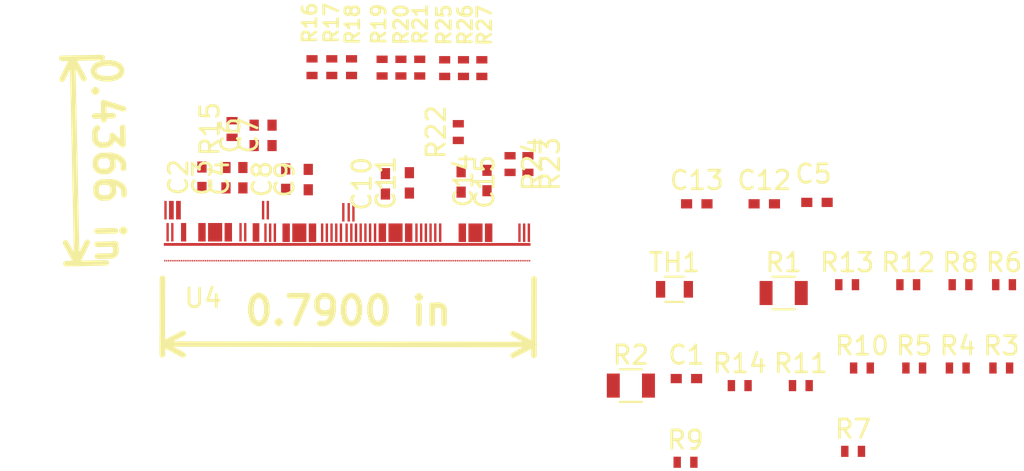
<source format=kicad_pcb>
(kicad_pcb (version 4) (host pcbnew 4.0.6)

  (general
    (links 243)
    (no_connects 243)
    (area 137.98 91.713599 190.204762 139.84)
    (thickness 1.6)
    (drawings 2)
    (tracks 0)
    (zones 0)
    (modules 44)
    (nets 92)
  )

  (page A4)
  (layers
    (0 F.Cu signal)
    (31 B.Cu signal)
    (32 B.Adhes user)
    (33 F.Adhes user)
    (34 B.Paste user)
    (35 F.Paste user)
    (36 B.SilkS user)
    (37 F.SilkS user)
    (38 B.Mask user)
    (39 F.Mask user)
    (40 Dwgs.User user)
    (41 Cmts.User user)
    (42 Eco1.User user)
    (43 Eco2.User user)
    (44 Edge.Cuts user)
    (45 Margin user)
    (46 B.CrtYd user hide)
    (47 F.CrtYd user)
    (48 B.Fab user)
    (49 F.Fab user hide)
  )

  (setup
    (last_trace_width 0.25)
    (trace_clearance 0.2)
    (zone_clearance 0.508)
    (zone_45_only no)
    (trace_min 0.2)
    (segment_width 0.2)
    (edge_width 0.15)
    (via_size 0.6)
    (via_drill 0.4)
    (via_min_size 0.4)
    (via_min_drill 0.3)
    (uvia_size 0.3)
    (uvia_drill 0.1)
    (uvias_allowed no)
    (uvia_min_size 0.2)
    (uvia_min_drill 0.1)
    (pcb_text_width 0.3)
    (pcb_text_size 1.5 1.5)
    (mod_edge_width 0.15)
    (mod_text_size 1 1)
    (mod_text_width 0.15)
    (pad_size 1.524 1.524)
    (pad_drill 0.762)
    (pad_to_mask_clearance 0.2)
    (aux_axis_origin 0 0)
    (visible_elements FFFEF77F)
    (pcbplotparams
      (layerselection 0x00030_80000001)
      (usegerberextensions false)
      (excludeedgelayer true)
      (linewidth 0.100000)
      (plotframeref false)
      (viasonmask false)
      (mode 1)
      (useauxorigin false)
      (hpglpennumber 1)
      (hpglpenspeed 20)
      (hpglpendiameter 15)
      (hpglpenoverlay 2)
      (psnegative false)
      (psa4output false)
      (plotreference true)
      (plotvalue true)
      (plotinvisibletext false)
      (padsonsilk false)
      (subtractmaskfromsilk false)
      (outputformat 1)
      (mirror false)
      (drillshape 1)
      (scaleselection 1)
      (outputdirectory ""))
  )

  (net 0 "")
  (net 1 "Net-(C1-Pad1)")
  (net 2 GND)
  (net 3 "Net-(C2-Pad1)")
  (net 4 "Net-(C3-Pad1)")
  (net 5 "Net-(C4-Pad1)")
  (net 6 /RD53A/VIN)
  (net 7 "Net-(C6-Pad1)")
  (net 8 "Net-(C7-Pad1)")
  (net 9 /RD53A/VDDA)
  (net 10 "Net-(C9-Pad1)")
  (net 11 "Net-(C10-Pad1)")
  (net 12 "Net-(C11-Pad1)")
  (net 13 "Net-(C12-Pad1)")
  (net 14 "Net-(C13-Pad1)")
  (net 15 "Net-(C14-Pad1)")
  (net 16 "Net-(C15-Pad2)")
  (net 17 /HV)
  (net 18 /HV_RET)
  (net 19 /EXT_CMD_CLK_CONN_N)
  (net 20 /EXT_CMD_CLK_N)
  (net 21 /EXT_CMD_CLK_CONN_P)
  (net 22 /ECT_CMD_CLK_P)
  (net 23 /CMD_CONN_P)
  (net 24 /CMD_N)
  (net 25 /CMD_P)
  (net 26 /DO_CONN_0_P)
  (net 27 /0_P)
  (net 28 /DO_CONN_0_N)
  (net 29 /0_N)
  (net 30 /DO_CONN_1_P)
  (net 31 /1_P)
  (net 32 /DO_CONN_1_N)
  (net 33 /1_N)
  (net 34 /DO_CONN_2_P)
  (net 35 /2_P)
  (net 36 /DO_CONN_2_N)
  (net 37 /2_N)
  (net 38 /DO_CONN_3_P)
  (net 39 /3_P)
  (net 40 /DO_CONN_3_N)
  (net 41 /3_N)
  (net 42 "Net-(R15-Pad2)")
  (net 43 "Net-(R16-Pad1)")
  (net 44 /RD53A/VDDD)
  (net 45 "Net-(R19-Pad1)")
  (net 46 "Net-(R22-Pad1)")
  (net 47 "Net-(R23-Pad2)")
  (net 48 "Net-(R24-Pad2)")
  (net 49 "Net-(R25-Pad1)")
  (net 50 /NTC_RET)
  (net 51 /NTC)
  (net 52 /CLK_N)
  (net 53 /CLK_P)
  (net 54 /RD53A/PLL_RST_B)
  (net 55 /RD53A/DET_GRD0)
  (net 56 "Net-(U4-Pad2)")
  (net 57 /RD53A/IMUX_OUT)
  (net 58 /RD53A/VMUX_OUT)
  (net 59 "Net-(U4-Pad6)")
  (net 60 "Net-(U4-Pad7)")
  (net 61 "Net-(U4-Pad8)")
  (net 62 "Net-(U4-Pad45)")
  (net 63 "Net-(U4-Pad46)")
  (net 64 "Net-(U4-Pad47)")
  (net 65 "Net-(U4-Pad48)")
  (net 66 "Net-(U4-Pad49)")
  (net 67 "Net-(U4-Pad50)")
  (net 68 "Net-(U4-Pad51)")
  (net 69 "Net-(U4-Pad95)")
  (net 70 "Net-(U4-Pad96)")
  (net 71 "Net-(U4-Pad145)")
  (net 72 "Net-(U4-Pad146)")
  (net 73 "Net-(U4-Pad147)")
  (net 74 "Net-(U4-Pad148)")
  (net 75 "Net-(U4-Pad150)")
  (net 76 "Net-(U4-Pad151)")
  (net 77 "Net-(U4-Pad152)")
  (net 78 "Net-(U4-Pad153)")
  (net 79 "Net-(U4-Pad154)")
  (net 80 "Net-(U4-Pad155)")
  (net 81 "Net-(U4-Pad185)")
  (net 82 "Net-(U4-Pad186)")
  (net 83 "Net-(U4-Pad187)")
  (net 84 "Net-(U4-Pad188)")
  (net 85 "Net-(U4-Pad189)")
  (net 86 "Net-(U4-Pad190)")
  (net 87 "Net-(U4-Pad191)")
  (net 88 "Net-(U4-Pad192)")
  (net 89 "Net-(U4-Pad193)")
  (net 90 "Net-(U4-Pad196)")
  (net 91 "Net-(U4-Pad197)")

  (net_class Default "This is the default net class."
    (clearance 0.2)
    (trace_width 0.25)
    (via_dia 0.6)
    (via_drill 0.4)
    (uvia_dia 0.3)
    (uvia_drill 0.1)
    (add_net /0_N)
    (add_net /0_P)
    (add_net /1_N)
    (add_net /1_P)
    (add_net /2_N)
    (add_net /2_P)
    (add_net /3_N)
    (add_net /3_P)
    (add_net /CLK_N)
    (add_net /CLK_P)
    (add_net /CMD_CONN_P)
    (add_net /CMD_N)
    (add_net /CMD_P)
    (add_net /DO_CONN_0_N)
    (add_net /DO_CONN_0_P)
    (add_net /DO_CONN_1_N)
    (add_net /DO_CONN_1_P)
    (add_net /DO_CONN_2_N)
    (add_net /DO_CONN_2_P)
    (add_net /DO_CONN_3_N)
    (add_net /DO_CONN_3_P)
    (add_net /ECT_CMD_CLK_P)
    (add_net /EXT_CMD_CLK_CONN_N)
    (add_net /EXT_CMD_CLK_CONN_P)
    (add_net /EXT_CMD_CLK_N)
    (add_net /HV)
    (add_net /HV_RET)
    (add_net /NTC)
    (add_net /NTC_RET)
    (add_net /RD53A/DET_GRD0)
    (add_net /RD53A/IMUX_OUT)
    (add_net /RD53A/PLL_RST_B)
    (add_net /RD53A/VDDA)
    (add_net /RD53A/VDDD)
    (add_net /RD53A/VIN)
    (add_net /RD53A/VMUX_OUT)
    (add_net GND)
    (add_net "Net-(C1-Pad1)")
    (add_net "Net-(C10-Pad1)")
    (add_net "Net-(C11-Pad1)")
    (add_net "Net-(C12-Pad1)")
    (add_net "Net-(C13-Pad1)")
    (add_net "Net-(C14-Pad1)")
    (add_net "Net-(C15-Pad2)")
    (add_net "Net-(C2-Pad1)")
    (add_net "Net-(C3-Pad1)")
    (add_net "Net-(C4-Pad1)")
    (add_net "Net-(C6-Pad1)")
    (add_net "Net-(C7-Pad1)")
    (add_net "Net-(C9-Pad1)")
    (add_net "Net-(R15-Pad2)")
    (add_net "Net-(R16-Pad1)")
    (add_net "Net-(R19-Pad1)")
    (add_net "Net-(R22-Pad1)")
    (add_net "Net-(R23-Pad2)")
    (add_net "Net-(R24-Pad2)")
    (add_net "Net-(R25-Pad1)")
    (add_net "Net-(U4-Pad145)")
    (add_net "Net-(U4-Pad146)")
    (add_net "Net-(U4-Pad147)")
    (add_net "Net-(U4-Pad148)")
    (add_net "Net-(U4-Pad150)")
    (add_net "Net-(U4-Pad151)")
    (add_net "Net-(U4-Pad152)")
    (add_net "Net-(U4-Pad153)")
    (add_net "Net-(U4-Pad154)")
    (add_net "Net-(U4-Pad155)")
    (add_net "Net-(U4-Pad185)")
    (add_net "Net-(U4-Pad186)")
    (add_net "Net-(U4-Pad187)")
    (add_net "Net-(U4-Pad188)")
    (add_net "Net-(U4-Pad189)")
    (add_net "Net-(U4-Pad190)")
    (add_net "Net-(U4-Pad191)")
    (add_net "Net-(U4-Pad192)")
    (add_net "Net-(U4-Pad193)")
    (add_net "Net-(U4-Pad196)")
    (add_net "Net-(U4-Pad197)")
    (add_net "Net-(U4-Pad2)")
    (add_net "Net-(U4-Pad45)")
    (add_net "Net-(U4-Pad46)")
    (add_net "Net-(U4-Pad47)")
    (add_net "Net-(U4-Pad48)")
    (add_net "Net-(U4-Pad49)")
    (add_net "Net-(U4-Pad50)")
    (add_net "Net-(U4-Pad51)")
    (add_net "Net-(U4-Pad6)")
    (add_net "Net-(U4-Pad7)")
    (add_net "Net-(U4-Pad8)")
    (add_net "Net-(U4-Pad95)")
    (add_net "Net-(U4-Pad96)")
  )

  (module Capacitors_SMD:C_0402_NoSilk (layer F.Cu) (tedit 58AA8408) (tstamp 5989E688)
    (at 166.573001 106.071)
    (descr "Capacitor SMD 0402, reflow soldering, AVX (see smccp.pdf)")
    (tags "capacitor 0402")
    (path /5978648B)
    (attr smd)
    (fp_text reference C1 (at 0 -1.27) (layer F.SilkS)
      (effects (font (size 1 1) (thickness 0.15)))
    )
    (fp_text value C (at 0 1.27) (layer F.Fab)
      (effects (font (size 1 1) (thickness 0.15)))
    )
    (fp_text user %R (at 0 -1.27) (layer F.Fab)
      (effects (font (size 1 1) (thickness 0.15)))
    )
    (fp_line (start -0.5 0.25) (end -0.5 -0.25) (layer F.Fab) (width 0.1))
    (fp_line (start 0.5 0.25) (end -0.5 0.25) (layer F.Fab) (width 0.1))
    (fp_line (start 0.5 -0.25) (end 0.5 0.25) (layer F.Fab) (width 0.1))
    (fp_line (start -0.5 -0.25) (end 0.5 -0.25) (layer F.Fab) (width 0.1))
    (fp_line (start -1 -0.4) (end 1 -0.4) (layer F.CrtYd) (width 0.05))
    (fp_line (start -1 -0.4) (end -1 0.4) (layer F.CrtYd) (width 0.05))
    (fp_line (start 1 0.4) (end 1 -0.4) (layer F.CrtYd) (width 0.05))
    (fp_line (start 1 0.4) (end -1 0.4) (layer F.CrtYd) (width 0.05))
    (pad 1 smd rect (at -0.55 0) (size 0.6 0.5) (layers F.Cu F.Paste F.Mask)
      (net 1 "Net-(C1-Pad1)"))
    (pad 2 smd rect (at 0.55 0) (size 0.6 0.5) (layers F.Cu F.Paste F.Mask)
      (net 2 GND))
    (model Capacitors_SMD.3dshapes/C_0402.wrl
      (at (xyz 0 0 0))
      (scale (xyz 1 1 1))
      (rotate (xyz 0 0 0))
    )
  )

  (module Capacitors_SMD:C_0402_NoSilk (layer F.Cu) (tedit 58AA8408) (tstamp 5989E697)
    (at 140.4112 95.1992 90)
    (descr "Capacitor SMD 0402, reflow soldering, AVX (see smccp.pdf)")
    (tags "capacitor 0402")
    (path /59681795/59690533)
    (attr smd)
    (fp_text reference C2 (at 0 -1.27 90) (layer F.SilkS)
      (effects (font (size 1 1) (thickness 0.15)))
    )
    (fp_text value C (at 0 1.27 90) (layer F.Fab)
      (effects (font (size 1 1) (thickness 0.15)))
    )
    (fp_text user %R (at 0 -1.27 90) (layer F.Fab)
      (effects (font (size 1 1) (thickness 0.15)))
    )
    (fp_line (start -0.5 0.25) (end -0.5 -0.25) (layer F.Fab) (width 0.1))
    (fp_line (start 0.5 0.25) (end -0.5 0.25) (layer F.Fab) (width 0.1))
    (fp_line (start 0.5 -0.25) (end 0.5 0.25) (layer F.Fab) (width 0.1))
    (fp_line (start -0.5 -0.25) (end 0.5 -0.25) (layer F.Fab) (width 0.1))
    (fp_line (start -1 -0.4) (end 1 -0.4) (layer F.CrtYd) (width 0.05))
    (fp_line (start -1 -0.4) (end -1 0.4) (layer F.CrtYd) (width 0.05))
    (fp_line (start 1 0.4) (end 1 -0.4) (layer F.CrtYd) (width 0.05))
    (fp_line (start 1 0.4) (end -1 0.4) (layer F.CrtYd) (width 0.05))
    (pad 1 smd rect (at -0.55 0 90) (size 0.6 0.5) (layers F.Cu F.Paste F.Mask)
      (net 3 "Net-(C2-Pad1)"))
    (pad 2 smd rect (at 0.55 0 90) (size 0.6 0.5) (layers F.Cu F.Paste F.Mask)
      (net 2 GND))
    (model Capacitors_SMD.3dshapes/C_0402.wrl
      (at (xyz 0 0 0))
      (scale (xyz 1 1 1))
      (rotate (xyz 0 0 0))
    )
  )

  (module Capacitors_SMD:C_0402_NoSilk (layer F.Cu) (tedit 58AA8408) (tstamp 5989E6A6)
    (at 141.7066 95.2246 90)
    (descr "Capacitor SMD 0402, reflow soldering, AVX (see smccp.pdf)")
    (tags "capacitor 0402")
    (path /59681795/5969054B)
    (attr smd)
    (fp_text reference C3 (at 0 -1.27 90) (layer F.SilkS)
      (effects (font (size 1 1) (thickness 0.15)))
    )
    (fp_text value C (at 0 1.27 90) (layer F.Fab)
      (effects (font (size 1 1) (thickness 0.15)))
    )
    (fp_text user %R (at 0 -1.27 90) (layer F.Fab)
      (effects (font (size 1 1) (thickness 0.15)))
    )
    (fp_line (start -0.5 0.25) (end -0.5 -0.25) (layer F.Fab) (width 0.1))
    (fp_line (start 0.5 0.25) (end -0.5 0.25) (layer F.Fab) (width 0.1))
    (fp_line (start 0.5 -0.25) (end 0.5 0.25) (layer F.Fab) (width 0.1))
    (fp_line (start -0.5 -0.25) (end 0.5 -0.25) (layer F.Fab) (width 0.1))
    (fp_line (start -1 -0.4) (end 1 -0.4) (layer F.CrtYd) (width 0.05))
    (fp_line (start -1 -0.4) (end -1 0.4) (layer F.CrtYd) (width 0.05))
    (fp_line (start 1 0.4) (end 1 -0.4) (layer F.CrtYd) (width 0.05))
    (fp_line (start 1 0.4) (end -1 0.4) (layer F.CrtYd) (width 0.05))
    (pad 1 smd rect (at -0.55 0 90) (size 0.6 0.5) (layers F.Cu F.Paste F.Mask)
      (net 4 "Net-(C3-Pad1)"))
    (pad 2 smd rect (at 0.55 0 90) (size 0.6 0.5) (layers F.Cu F.Paste F.Mask)
      (net 2 GND))
    (model Capacitors_SMD.3dshapes/C_0402.wrl
      (at (xyz 0 0 0))
      (scale (xyz 1 1 1))
      (rotate (xyz 0 0 0))
    )
  )

  (module Capacitors_SMD:C_0402_NoSilk (layer F.Cu) (tedit 58AA8408) (tstamp 5989E6B5)
    (at 142.621 95.2246 90)
    (descr "Capacitor SMD 0402, reflow soldering, AVX (see smccp.pdf)")
    (tags "capacitor 0402")
    (path /59681795/597F86BB)
    (attr smd)
    (fp_text reference C4 (at 0 -1.27 90) (layer F.SilkS)
      (effects (font (size 1 1) (thickness 0.15)))
    )
    (fp_text value C (at 0 1.27 90) (layer F.Fab)
      (effects (font (size 1 1) (thickness 0.15)))
    )
    (fp_text user %R (at 0 -1.27 90) (layer F.Fab)
      (effects (font (size 1 1) (thickness 0.15)))
    )
    (fp_line (start -0.5 0.25) (end -0.5 -0.25) (layer F.Fab) (width 0.1))
    (fp_line (start 0.5 0.25) (end -0.5 0.25) (layer F.Fab) (width 0.1))
    (fp_line (start 0.5 -0.25) (end 0.5 0.25) (layer F.Fab) (width 0.1))
    (fp_line (start -0.5 -0.25) (end 0.5 -0.25) (layer F.Fab) (width 0.1))
    (fp_line (start -1 -0.4) (end 1 -0.4) (layer F.CrtYd) (width 0.05))
    (fp_line (start -1 -0.4) (end -1 0.4) (layer F.CrtYd) (width 0.05))
    (fp_line (start 1 0.4) (end 1 -0.4) (layer F.CrtYd) (width 0.05))
    (fp_line (start 1 0.4) (end -1 0.4) (layer F.CrtYd) (width 0.05))
    (pad 1 smd rect (at -0.55 0 90) (size 0.6 0.5) (layers F.Cu F.Paste F.Mask)
      (net 5 "Net-(C4-Pad1)"))
    (pad 2 smd rect (at 0.55 0 90) (size 0.6 0.5) (layers F.Cu F.Paste F.Mask)
      (net 2 GND))
    (model Capacitors_SMD.3dshapes/C_0402.wrl
      (at (xyz 0 0 0))
      (scale (xyz 1 1 1))
      (rotate (xyz 0 0 0))
    )
  )

  (module Capacitors_SMD:C_0402_NoSilk (layer F.Cu) (tedit 5984D8D9) (tstamp 5989E6C4)
    (at 173.6217 96.5581)
    (descr "Capacitor SMD 0402, reflow soldering, AVX (see smccp.pdf)")
    (tags "capacitor 0402")
    (path /59681795/59774A8D)
    (attr smd)
    (fp_text reference C5 (at -0.1905 -1.5367) (layer F.SilkS)
      (effects (font (size 1 1) (thickness 0.15)))
    )
    (fp_text value C (at 0 1.27) (layer F.Fab)
      (effects (font (size 1 1) (thickness 0.15)))
    )
    (fp_text user %R (at 0 -1.27) (layer F.Fab)
      (effects (font (size 1 1) (thickness 0.15)))
    )
    (fp_line (start -0.5 0.25) (end -0.5 -0.25) (layer F.Fab) (width 0.1))
    (fp_line (start 0.5 0.25) (end -0.5 0.25) (layer F.Fab) (width 0.1))
    (fp_line (start 0.5 -0.25) (end 0.5 0.25) (layer F.Fab) (width 0.1))
    (fp_line (start -0.5 -0.25) (end 0.5 -0.25) (layer F.Fab) (width 0.1))
    (fp_line (start -1 -0.4) (end 1 -0.4) (layer F.CrtYd) (width 0.05))
    (fp_line (start -1 -0.4) (end -1 0.4) (layer F.CrtYd) (width 0.05))
    (fp_line (start 1 0.4) (end 1 -0.4) (layer F.CrtYd) (width 0.05))
    (fp_line (start 1 0.4) (end -1 0.4) (layer F.CrtYd) (width 0.05))
    (pad 1 smd rect (at -0.55 0) (size 0.6 0.5) (layers F.Cu F.Paste F.Mask)
      (net 2 GND))
    (pad 2 smd rect (at 0.55 0) (size 0.6 0.5) (layers F.Cu F.Paste F.Mask)
      (net 6 /RD53A/VIN))
    (model Capacitors_SMD.3dshapes/C_0402.wrl
      (at (xyz 0 0 0))
      (scale (xyz 1 1 1))
      (rotate (xyz 0 0 0))
    )
  )

  (module Capacitors_SMD:C_0402_NoSilk (layer F.Cu) (tedit 58AA8408) (tstamp 5989E6D3)
    (at 143.2306 92.9386 90)
    (descr "Capacitor SMD 0402, reflow soldering, AVX (see smccp.pdf)")
    (tags "capacitor 0402")
    (path /59681795/597FDA88)
    (attr smd)
    (fp_text reference C6 (at 0 -1.27 90) (layer F.SilkS)
      (effects (font (size 1 1) (thickness 0.15)))
    )
    (fp_text value C (at 0 1.27 90) (layer F.Fab)
      (effects (font (size 1 1) (thickness 0.15)))
    )
    (fp_text user %R (at 0 -1.27 90) (layer F.Fab)
      (effects (font (size 1 1) (thickness 0.15)))
    )
    (fp_line (start -0.5 0.25) (end -0.5 -0.25) (layer F.Fab) (width 0.1))
    (fp_line (start 0.5 0.25) (end -0.5 0.25) (layer F.Fab) (width 0.1))
    (fp_line (start 0.5 -0.25) (end 0.5 0.25) (layer F.Fab) (width 0.1))
    (fp_line (start -0.5 -0.25) (end 0.5 -0.25) (layer F.Fab) (width 0.1))
    (fp_line (start -1 -0.4) (end 1 -0.4) (layer F.CrtYd) (width 0.05))
    (fp_line (start -1 -0.4) (end -1 0.4) (layer F.CrtYd) (width 0.05))
    (fp_line (start 1 0.4) (end 1 -0.4) (layer F.CrtYd) (width 0.05))
    (fp_line (start 1 0.4) (end -1 0.4) (layer F.CrtYd) (width 0.05))
    (pad 1 smd rect (at -0.55 0 90) (size 0.6 0.5) (layers F.Cu F.Paste F.Mask)
      (net 7 "Net-(C6-Pad1)"))
    (pad 2 smd rect (at 0.55 0 90) (size 0.6 0.5) (layers F.Cu F.Paste F.Mask)
      (net 2 GND))
    (model Capacitors_SMD.3dshapes/C_0402.wrl
      (at (xyz 0 0 0))
      (scale (xyz 1 1 1))
      (rotate (xyz 0 0 0))
    )
  )

  (module Capacitors_SMD:C_0402_NoSilk (layer F.Cu) (tedit 58AA8408) (tstamp 5989E6E2)
    (at 144.1958 92.9386 90)
    (descr "Capacitor SMD 0402, reflow soldering, AVX (see smccp.pdf)")
    (tags "capacitor 0402")
    (path /59681795/597FDF67)
    (attr smd)
    (fp_text reference C7 (at 0 -1.27 90) (layer F.SilkS)
      (effects (font (size 1 1) (thickness 0.15)))
    )
    (fp_text value C (at 0 1.27 90) (layer F.Fab)
      (effects (font (size 1 1) (thickness 0.15)))
    )
    (fp_text user %R (at 0 -1.27 90) (layer F.Fab)
      (effects (font (size 1 1) (thickness 0.15)))
    )
    (fp_line (start -0.5 0.25) (end -0.5 -0.25) (layer F.Fab) (width 0.1))
    (fp_line (start 0.5 0.25) (end -0.5 0.25) (layer F.Fab) (width 0.1))
    (fp_line (start 0.5 -0.25) (end 0.5 0.25) (layer F.Fab) (width 0.1))
    (fp_line (start -0.5 -0.25) (end 0.5 -0.25) (layer F.Fab) (width 0.1))
    (fp_line (start -1 -0.4) (end 1 -0.4) (layer F.CrtYd) (width 0.05))
    (fp_line (start -1 -0.4) (end -1 0.4) (layer F.CrtYd) (width 0.05))
    (fp_line (start 1 0.4) (end 1 -0.4) (layer F.CrtYd) (width 0.05))
    (fp_line (start 1 0.4) (end -1 0.4) (layer F.CrtYd) (width 0.05))
    (pad 1 smd rect (at -0.55 0 90) (size 0.6 0.5) (layers F.Cu F.Paste F.Mask)
      (net 8 "Net-(C7-Pad1)"))
    (pad 2 smd rect (at 0.55 0 90) (size 0.6 0.5) (layers F.Cu F.Paste F.Mask)
      (net 2 GND))
    (model Capacitors_SMD.3dshapes/C_0402.wrl
      (at (xyz 0 0 0))
      (scale (xyz 1 1 1))
      (rotate (xyz 0 0 0))
    )
  )

  (module Capacitors_SMD:C_0402_NoSilk (layer F.Cu) (tedit 58AA8408) (tstamp 5989E6F1)
    (at 144.9324 95.3008 90)
    (descr "Capacitor SMD 0402, reflow soldering, AVX (see smccp.pdf)")
    (tags "capacitor 0402")
    (path /59681795/5976CC28)
    (attr smd)
    (fp_text reference C8 (at 0 -1.27 90) (layer F.SilkS)
      (effects (font (size 1 1) (thickness 0.15)))
    )
    (fp_text value C (at 0 1.27 90) (layer F.Fab)
      (effects (font (size 1 1) (thickness 0.15)))
    )
    (fp_text user %R (at 0 -1.27 90) (layer F.Fab)
      (effects (font (size 1 1) (thickness 0.15)))
    )
    (fp_line (start -0.5 0.25) (end -0.5 -0.25) (layer F.Fab) (width 0.1))
    (fp_line (start 0.5 0.25) (end -0.5 0.25) (layer F.Fab) (width 0.1))
    (fp_line (start 0.5 -0.25) (end 0.5 0.25) (layer F.Fab) (width 0.1))
    (fp_line (start -0.5 -0.25) (end 0.5 -0.25) (layer F.Fab) (width 0.1))
    (fp_line (start -1 -0.4) (end 1 -0.4) (layer F.CrtYd) (width 0.05))
    (fp_line (start -1 -0.4) (end -1 0.4) (layer F.CrtYd) (width 0.05))
    (fp_line (start 1 0.4) (end 1 -0.4) (layer F.CrtYd) (width 0.05))
    (fp_line (start 1 0.4) (end -1 0.4) (layer F.CrtYd) (width 0.05))
    (pad 1 smd rect (at -0.55 0 90) (size 0.6 0.5) (layers F.Cu F.Paste F.Mask)
      (net 9 /RD53A/VDDA))
    (pad 2 smd rect (at 0.55 0 90) (size 0.6 0.5) (layers F.Cu F.Paste F.Mask)
      (net 2 GND))
    (model Capacitors_SMD.3dshapes/C_0402.wrl
      (at (xyz 0 0 0))
      (scale (xyz 1 1 1))
      (rotate (xyz 0 0 0))
    )
  )

  (module Capacitors_SMD:C_0402_NoSilk (layer F.Cu) (tedit 58AA8408) (tstamp 5989E700)
    (at 146.1516 95.3262 90)
    (descr "Capacitor SMD 0402, reflow soldering, AVX (see smccp.pdf)")
    (tags "capacitor 0402")
    (path /59681795/5976CB87)
    (attr smd)
    (fp_text reference C9 (at 0 -1.27 90) (layer F.SilkS)
      (effects (font (size 1 1) (thickness 0.15)))
    )
    (fp_text value C (at 0 1.27 90) (layer F.Fab)
      (effects (font (size 1 1) (thickness 0.15)))
    )
    (fp_text user %R (at 0 -1.27 90) (layer F.Fab)
      (effects (font (size 1 1) (thickness 0.15)))
    )
    (fp_line (start -0.5 0.25) (end -0.5 -0.25) (layer F.Fab) (width 0.1))
    (fp_line (start 0.5 0.25) (end -0.5 0.25) (layer F.Fab) (width 0.1))
    (fp_line (start 0.5 -0.25) (end 0.5 0.25) (layer F.Fab) (width 0.1))
    (fp_line (start -0.5 -0.25) (end 0.5 -0.25) (layer F.Fab) (width 0.1))
    (fp_line (start -1 -0.4) (end 1 -0.4) (layer F.CrtYd) (width 0.05))
    (fp_line (start -1 -0.4) (end -1 0.4) (layer F.CrtYd) (width 0.05))
    (fp_line (start 1 0.4) (end 1 -0.4) (layer F.CrtYd) (width 0.05))
    (fp_line (start 1 0.4) (end -1 0.4) (layer F.CrtYd) (width 0.05))
    (pad 1 smd rect (at -0.55 0 90) (size 0.6 0.5) (layers F.Cu F.Paste F.Mask)
      (net 10 "Net-(C9-Pad1)"))
    (pad 2 smd rect (at 0.55 0 90) (size 0.6 0.5) (layers F.Cu F.Paste F.Mask)
      (net 2 GND))
    (model Capacitors_SMD.3dshapes/C_0402.wrl
      (at (xyz 0 0 0))
      (scale (xyz 1 1 1))
      (rotate (xyz 0 0 0))
    )
  )

  (module Capacitors_SMD:C_0402_NoSilk (layer F.Cu) (tedit 58AA8408) (tstamp 5989E70F)
    (at 150.3172 95.5548 90)
    (descr "Capacitor SMD 0402, reflow soldering, AVX (see smccp.pdf)")
    (tags "capacitor 0402")
    (path /59681795/5976E1CB)
    (attr smd)
    (fp_text reference C10 (at 0 -1.27 90) (layer F.SilkS)
      (effects (font (size 1 1) (thickness 0.15)))
    )
    (fp_text value C (at 0 1.27 90) (layer F.Fab)
      (effects (font (size 1 1) (thickness 0.15)))
    )
    (fp_text user %R (at 0 -1.27 90) (layer F.Fab)
      (effects (font (size 1 1) (thickness 0.15)))
    )
    (fp_line (start -0.5 0.25) (end -0.5 -0.25) (layer F.Fab) (width 0.1))
    (fp_line (start 0.5 0.25) (end -0.5 0.25) (layer F.Fab) (width 0.1))
    (fp_line (start 0.5 -0.25) (end 0.5 0.25) (layer F.Fab) (width 0.1))
    (fp_line (start -0.5 -0.25) (end 0.5 -0.25) (layer F.Fab) (width 0.1))
    (fp_line (start -1 -0.4) (end 1 -0.4) (layer F.CrtYd) (width 0.05))
    (fp_line (start -1 -0.4) (end -1 0.4) (layer F.CrtYd) (width 0.05))
    (fp_line (start 1 0.4) (end 1 -0.4) (layer F.CrtYd) (width 0.05))
    (fp_line (start 1 0.4) (end -1 0.4) (layer F.CrtYd) (width 0.05))
    (pad 1 smd rect (at -0.55 0 90) (size 0.6 0.5) (layers F.Cu F.Paste F.Mask)
      (net 11 "Net-(C10-Pad1)"))
    (pad 2 smd rect (at 0.55 0 90) (size 0.6 0.5) (layers F.Cu F.Paste F.Mask)
      (net 2 GND))
    (model Capacitors_SMD.3dshapes/C_0402.wrl
      (at (xyz 0 0 0))
      (scale (xyz 1 1 1))
      (rotate (xyz 0 0 0))
    )
  )

  (module Capacitors_SMD:C_0402_NoSilk (layer F.Cu) (tedit 58AA8408) (tstamp 5989E71E)
    (at 151.6126 95.504 90)
    (descr "Capacitor SMD 0402, reflow soldering, AVX (see smccp.pdf)")
    (tags "capacitor 0402")
    (path /59681795/5976E1C5)
    (attr smd)
    (fp_text reference C11 (at 0 -1.27 90) (layer F.SilkS)
      (effects (font (size 1 1) (thickness 0.15)))
    )
    (fp_text value C (at 0 1.27 90) (layer F.Fab)
      (effects (font (size 1 1) (thickness 0.15)))
    )
    (fp_text user %R (at 0 -1.27 90) (layer F.Fab)
      (effects (font (size 1 1) (thickness 0.15)))
    )
    (fp_line (start -0.5 0.25) (end -0.5 -0.25) (layer F.Fab) (width 0.1))
    (fp_line (start 0.5 0.25) (end -0.5 0.25) (layer F.Fab) (width 0.1))
    (fp_line (start 0.5 -0.25) (end 0.5 0.25) (layer F.Fab) (width 0.1))
    (fp_line (start -0.5 -0.25) (end 0.5 -0.25) (layer F.Fab) (width 0.1))
    (fp_line (start -1 -0.4) (end 1 -0.4) (layer F.CrtYd) (width 0.05))
    (fp_line (start -1 -0.4) (end -1 0.4) (layer F.CrtYd) (width 0.05))
    (fp_line (start 1 0.4) (end 1 -0.4) (layer F.CrtYd) (width 0.05))
    (fp_line (start 1 0.4) (end -1 0.4) (layer F.CrtYd) (width 0.05))
    (pad 1 smd rect (at -0.55 0 90) (size 0.6 0.5) (layers F.Cu F.Paste F.Mask)
      (net 12 "Net-(C11-Pad1)"))
    (pad 2 smd rect (at 0.55 0 90) (size 0.6 0.5) (layers F.Cu F.Paste F.Mask)
      (net 2 GND))
    (model Capacitors_SMD.3dshapes/C_0402.wrl
      (at (xyz 0 0 0))
      (scale (xyz 1 1 1))
      (rotate (xyz 0 0 0))
    )
  )

  (module Capacitors_SMD:C_0402_NoSilk (layer F.Cu) (tedit 58AA8408) (tstamp 5989E72D)
    (at 170.7769 96.6343)
    (descr "Capacitor SMD 0402, reflow soldering, AVX (see smccp.pdf)")
    (tags "capacitor 0402")
    (path /59681795/59771BC8)
    (attr smd)
    (fp_text reference C12 (at 0 -1.27) (layer F.SilkS)
      (effects (font (size 1 1) (thickness 0.15)))
    )
    (fp_text value C (at 0 1.27) (layer F.Fab)
      (effects (font (size 1 1) (thickness 0.15)))
    )
    (fp_text user %R (at 0 -1.27) (layer F.Fab)
      (effects (font (size 1 1) (thickness 0.15)))
    )
    (fp_line (start -0.5 0.25) (end -0.5 -0.25) (layer F.Fab) (width 0.1))
    (fp_line (start 0.5 0.25) (end -0.5 0.25) (layer F.Fab) (width 0.1))
    (fp_line (start 0.5 -0.25) (end 0.5 0.25) (layer F.Fab) (width 0.1))
    (fp_line (start -0.5 -0.25) (end 0.5 -0.25) (layer F.Fab) (width 0.1))
    (fp_line (start -1 -0.4) (end 1 -0.4) (layer F.CrtYd) (width 0.05))
    (fp_line (start -1 -0.4) (end -1 0.4) (layer F.CrtYd) (width 0.05))
    (fp_line (start 1 0.4) (end 1 -0.4) (layer F.CrtYd) (width 0.05))
    (fp_line (start 1 0.4) (end -1 0.4) (layer F.CrtYd) (width 0.05))
    (pad 1 smd rect (at -0.55 0) (size 0.6 0.5) (layers F.Cu F.Paste F.Mask)
      (net 13 "Net-(C12-Pad1)"))
    (pad 2 smd rect (at 0.55 0) (size 0.6 0.5) (layers F.Cu F.Paste F.Mask)
      (net 2 GND))
    (model Capacitors_SMD.3dshapes/C_0402.wrl
      (at (xyz 0 0 0))
      (scale (xyz 1 1 1))
      (rotate (xyz 0 0 0))
    )
  )

  (module Capacitors_SMD:C_0402_NoSilk (layer F.Cu) (tedit 58AA8408) (tstamp 5989E73C)
    (at 167.132 96.6343)
    (descr "Capacitor SMD 0402, reflow soldering, AVX (see smccp.pdf)")
    (tags "capacitor 0402")
    (path /59681795/597FE7B6)
    (attr smd)
    (fp_text reference C13 (at 0 -1.27) (layer F.SilkS)
      (effects (font (size 1 1) (thickness 0.15)))
    )
    (fp_text value C (at 0 1.27) (layer F.Fab)
      (effects (font (size 1 1) (thickness 0.15)))
    )
    (fp_text user %R (at 0 -1.27) (layer F.Fab)
      (effects (font (size 1 1) (thickness 0.15)))
    )
    (fp_line (start -0.5 0.25) (end -0.5 -0.25) (layer F.Fab) (width 0.1))
    (fp_line (start 0.5 0.25) (end -0.5 0.25) (layer F.Fab) (width 0.1))
    (fp_line (start 0.5 -0.25) (end 0.5 0.25) (layer F.Fab) (width 0.1))
    (fp_line (start -0.5 -0.25) (end 0.5 -0.25) (layer F.Fab) (width 0.1))
    (fp_line (start -1 -0.4) (end 1 -0.4) (layer F.CrtYd) (width 0.05))
    (fp_line (start -1 -0.4) (end -1 0.4) (layer F.CrtYd) (width 0.05))
    (fp_line (start 1 0.4) (end 1 -0.4) (layer F.CrtYd) (width 0.05))
    (fp_line (start 1 0.4) (end -1 0.4) (layer F.CrtYd) (width 0.05))
    (pad 1 smd rect (at -0.55 0) (size 0.6 0.5) (layers F.Cu F.Paste F.Mask)
      (net 14 "Net-(C13-Pad1)"))
    (pad 2 smd rect (at 0.55 0) (size 0.6 0.5) (layers F.Cu F.Paste F.Mask)
      (net 2 GND))
    (model Capacitors_SMD.3dshapes/C_0402.wrl
      (at (xyz 0 0 0))
      (scale (xyz 1 1 1))
      (rotate (xyz 0 0 0))
    )
  )

  (module Capacitors_SMD:C_0402_NoSilk (layer F.Cu) (tedit 58AA8408) (tstamp 5989E74B)
    (at 155.8036 95.377 90)
    (descr "Capacitor SMD 0402, reflow soldering, AVX (see smccp.pdf)")
    (tags "capacitor 0402")
    (path /59681795/5968F812)
    (attr smd)
    (fp_text reference C14 (at 0 -1.27 90) (layer F.SilkS)
      (effects (font (size 1 1) (thickness 0.15)))
    )
    (fp_text value C (at 0 1.27 90) (layer F.Fab)
      (effects (font (size 1 1) (thickness 0.15)))
    )
    (fp_text user %R (at 0 -1.27 90) (layer F.Fab)
      (effects (font (size 1 1) (thickness 0.15)))
    )
    (fp_line (start -0.5 0.25) (end -0.5 -0.25) (layer F.Fab) (width 0.1))
    (fp_line (start 0.5 0.25) (end -0.5 0.25) (layer F.Fab) (width 0.1))
    (fp_line (start 0.5 -0.25) (end 0.5 0.25) (layer F.Fab) (width 0.1))
    (fp_line (start -0.5 -0.25) (end 0.5 -0.25) (layer F.Fab) (width 0.1))
    (fp_line (start -1 -0.4) (end 1 -0.4) (layer F.CrtYd) (width 0.05))
    (fp_line (start -1 -0.4) (end -1 0.4) (layer F.CrtYd) (width 0.05))
    (fp_line (start 1 0.4) (end 1 -0.4) (layer F.CrtYd) (width 0.05))
    (fp_line (start 1 0.4) (end -1 0.4) (layer F.CrtYd) (width 0.05))
    (pad 1 smd rect (at -0.55 0 90) (size 0.6 0.5) (layers F.Cu F.Paste F.Mask)
      (net 15 "Net-(C14-Pad1)"))
    (pad 2 smd rect (at 0.55 0 90) (size 0.6 0.5) (layers F.Cu F.Paste F.Mask)
      (net 2 GND))
    (model Capacitors_SMD.3dshapes/C_0402.wrl
      (at (xyz 0 0 0))
      (scale (xyz 1 1 1))
      (rotate (xyz 0 0 0))
    )
  )

  (module Capacitors_SMD:C_0402_NoSilk (layer F.Cu) (tedit 58AA8408) (tstamp 5989E75A)
    (at 154.4066 95.4532 270)
    (descr "Capacitor SMD 0402, reflow soldering, AVX (see smccp.pdf)")
    (tags "capacitor 0402")
    (path /59681795/5976E61F)
    (attr smd)
    (fp_text reference C15 (at 0 -1.27 270) (layer F.SilkS)
      (effects (font (size 1 1) (thickness 0.15)))
    )
    (fp_text value C (at 0 1.27 270) (layer F.Fab)
      (effects (font (size 1 1) (thickness 0.15)))
    )
    (fp_text user %R (at 0 -1.27 270) (layer F.Fab)
      (effects (font (size 1 1) (thickness 0.15)))
    )
    (fp_line (start -0.5 0.25) (end -0.5 -0.25) (layer F.Fab) (width 0.1))
    (fp_line (start 0.5 0.25) (end -0.5 0.25) (layer F.Fab) (width 0.1))
    (fp_line (start 0.5 -0.25) (end 0.5 0.25) (layer F.Fab) (width 0.1))
    (fp_line (start -0.5 -0.25) (end 0.5 -0.25) (layer F.Fab) (width 0.1))
    (fp_line (start -1 -0.4) (end 1 -0.4) (layer F.CrtYd) (width 0.05))
    (fp_line (start -1 -0.4) (end -1 0.4) (layer F.CrtYd) (width 0.05))
    (fp_line (start 1 0.4) (end 1 -0.4) (layer F.CrtYd) (width 0.05))
    (fp_line (start 1 0.4) (end -1 0.4) (layer F.CrtYd) (width 0.05))
    (pad 1 smd rect (at -0.55 0 270) (size 0.6 0.5) (layers F.Cu F.Paste F.Mask)
      (net 2 GND))
    (pad 2 smd rect (at 0.55 0 270) (size 0.6 0.5) (layers F.Cu F.Paste F.Mask)
      (net 16 "Net-(C15-Pad2)"))
    (model Capacitors_SMD.3dshapes/C_0402.wrl
      (at (xyz 0 0 0))
      (scale (xyz 1 1 1))
      (rotate (xyz 0 0 0))
    )
  )

  (module Resistors_SMD:R_0805 (layer F.Cu) (tedit 58AADA8F) (tstamp 5989E76B)
    (at 171.823001 101.451)
    (descr "Resistor SMD 0805, reflow soldering, Vishay (see dcrcw.pdf)")
    (tags "resistor 0805")
    (path /597863BA)
    (attr smd)
    (fp_text reference R1 (at 0 -1.65) (layer F.SilkS)
      (effects (font (size 1 1) (thickness 0.15)))
    )
    (fp_text value R (at 0 1.75) (layer F.Fab)
      (effects (font (size 1 1) (thickness 0.15)))
    )
    (fp_text user %R (at 0 -1.65) (layer F.Fab)
      (effects (font (size 1 1) (thickness 0.15)))
    )
    (fp_line (start -1 0.62) (end -1 -0.62) (layer F.Fab) (width 0.1))
    (fp_line (start 1 0.62) (end -1 0.62) (layer F.Fab) (width 0.1))
    (fp_line (start 1 -0.62) (end 1 0.62) (layer F.Fab) (width 0.1))
    (fp_line (start -1 -0.62) (end 1 -0.62) (layer F.Fab) (width 0.1))
    (fp_line (start 0.6 0.88) (end -0.6 0.88) (layer F.SilkS) (width 0.12))
    (fp_line (start -0.6 -0.88) (end 0.6 -0.88) (layer F.SilkS) (width 0.12))
    (fp_line (start -1.55 -0.9) (end 1.55 -0.9) (layer F.CrtYd) (width 0.05))
    (fp_line (start -1.55 -0.9) (end -1.55 0.9) (layer F.CrtYd) (width 0.05))
    (fp_line (start 1.55 0.9) (end 1.55 -0.9) (layer F.CrtYd) (width 0.05))
    (fp_line (start 1.55 0.9) (end -1.55 0.9) (layer F.CrtYd) (width 0.05))
    (pad 1 smd rect (at -0.95 0) (size 0.7 1.3) (layers F.Cu F.Paste F.Mask)
      (net 17 /HV))
    (pad 2 smd rect (at 0.95 0) (size 0.7 1.3) (layers F.Cu F.Paste F.Mask)
      (net 1 "Net-(C1-Pad1)"))
    (model Resistors_SMD.3dshapes/R_0805.wrl
      (at (xyz 0 0 0))
      (scale (xyz 1 1 1))
      (rotate (xyz 0 0 0))
    )
  )

  (module Resistors_SMD:R_0805 (layer F.Cu) (tedit 58AADA8F) (tstamp 5989E77C)
    (at 163.573001 106.451)
    (descr "Resistor SMD 0805, reflow soldering, Vishay (see dcrcw.pdf)")
    (tags "resistor 0805")
    (path /59786570)
    (attr smd)
    (fp_text reference R2 (at 0 -1.65) (layer F.SilkS)
      (effects (font (size 1 1) (thickness 0.15)))
    )
    (fp_text value R (at 0 1.75) (layer F.Fab)
      (effects (font (size 1 1) (thickness 0.15)))
    )
    (fp_text user %R (at 0 -1.65) (layer F.Fab)
      (effects (font (size 1 1) (thickness 0.15)))
    )
    (fp_line (start -1 0.62) (end -1 -0.62) (layer F.Fab) (width 0.1))
    (fp_line (start 1 0.62) (end -1 0.62) (layer F.Fab) (width 0.1))
    (fp_line (start 1 -0.62) (end 1 0.62) (layer F.Fab) (width 0.1))
    (fp_line (start -1 -0.62) (end 1 -0.62) (layer F.Fab) (width 0.1))
    (fp_line (start 0.6 0.88) (end -0.6 0.88) (layer F.SilkS) (width 0.12))
    (fp_line (start -0.6 -0.88) (end 0.6 -0.88) (layer F.SilkS) (width 0.12))
    (fp_line (start -1.55 -0.9) (end 1.55 -0.9) (layer F.CrtYd) (width 0.05))
    (fp_line (start -1.55 -0.9) (end -1.55 0.9) (layer F.CrtYd) (width 0.05))
    (fp_line (start 1.55 0.9) (end 1.55 -0.9) (layer F.CrtYd) (width 0.05))
    (fp_line (start 1.55 0.9) (end -1.55 0.9) (layer F.CrtYd) (width 0.05))
    (pad 1 smd rect (at -0.95 0) (size 0.7 1.3) (layers F.Cu F.Paste F.Mask)
      (net 18 /HV_RET))
    (pad 2 smd rect (at 0.95 0) (size 0.7 1.3) (layers F.Cu F.Paste F.Mask)
      (net 2 GND))
    (model Resistors_SMD.3dshapes/R_0805.wrl
      (at (xyz 0 0 0))
      (scale (xyz 1 1 1))
      (rotate (xyz 0 0 0))
    )
  )

  (module Resistors_SMD:R_0402_NoSilk (layer F.Cu) (tedit 58AAD992) (tstamp 5989E78B)
    (at 183.57419 105.501)
    (descr "Resistor SMD 0402, reflow soldering, Vishay (see dcrcw.pdf)")
    (tags "resistor 0402")
    (path /597FFD76)
    (attr smd)
    (fp_text reference R3 (at 0 -1.2) (layer F.SilkS)
      (effects (font (size 1 1) (thickness 0.15)))
    )
    (fp_text value R (at 0 1.25) (layer F.Fab)
      (effects (font (size 1 1) (thickness 0.15)))
    )
    (fp_text user %R (at 0 -1.2) (layer F.Fab)
      (effects (font (size 1 1) (thickness 0.15)))
    )
    (fp_line (start -0.5 0.25) (end -0.5 -0.25) (layer F.Fab) (width 0.1))
    (fp_line (start 0.5 0.25) (end -0.5 0.25) (layer F.Fab) (width 0.1))
    (fp_line (start 0.5 -0.25) (end 0.5 0.25) (layer F.Fab) (width 0.1))
    (fp_line (start -0.5 -0.25) (end 0.5 -0.25) (layer F.Fab) (width 0.1))
    (fp_line (start -0.8 -0.45) (end 0.8 -0.45) (layer F.CrtYd) (width 0.05))
    (fp_line (start -0.8 -0.45) (end -0.8 0.45) (layer F.CrtYd) (width 0.05))
    (fp_line (start 0.8 0.45) (end 0.8 -0.45) (layer F.CrtYd) (width 0.05))
    (fp_line (start 0.8 0.45) (end -0.8 0.45) (layer F.CrtYd) (width 0.05))
    (pad 1 smd rect (at -0.45 0) (size 0.4 0.6) (layers F.Cu F.Paste F.Mask)
      (net 19 /EXT_CMD_CLK_CONN_N))
    (pad 2 smd rect (at 0.45 0) (size 0.4 0.6) (layers F.Cu F.Paste F.Mask)
      (net 20 /EXT_CMD_CLK_N))
    (model Resistors_SMD.3dshapes/R_0402.wrl
      (at (xyz 0 0 0))
      (scale (xyz 1 1 1))
      (rotate (xyz 0 0 0))
    )
  )

  (module Resistors_SMD:R_0402_NoSilk (layer F.Cu) (tedit 58AAD992) (tstamp 5989E79A)
    (at 181.22419 105.501)
    (descr "Resistor SMD 0402, reflow soldering, Vishay (see dcrcw.pdf)")
    (tags "resistor 0402")
    (path /59800012)
    (attr smd)
    (fp_text reference R4 (at 0 -1.2) (layer F.SilkS)
      (effects (font (size 1 1) (thickness 0.15)))
    )
    (fp_text value R (at 0 1.25) (layer F.Fab)
      (effects (font (size 1 1) (thickness 0.15)))
    )
    (fp_text user %R (at 0 -1.2) (layer F.Fab)
      (effects (font (size 1 1) (thickness 0.15)))
    )
    (fp_line (start -0.5 0.25) (end -0.5 -0.25) (layer F.Fab) (width 0.1))
    (fp_line (start 0.5 0.25) (end -0.5 0.25) (layer F.Fab) (width 0.1))
    (fp_line (start 0.5 -0.25) (end 0.5 0.25) (layer F.Fab) (width 0.1))
    (fp_line (start -0.5 -0.25) (end 0.5 -0.25) (layer F.Fab) (width 0.1))
    (fp_line (start -0.8 -0.45) (end 0.8 -0.45) (layer F.CrtYd) (width 0.05))
    (fp_line (start -0.8 -0.45) (end -0.8 0.45) (layer F.CrtYd) (width 0.05))
    (fp_line (start 0.8 0.45) (end 0.8 -0.45) (layer F.CrtYd) (width 0.05))
    (fp_line (start 0.8 0.45) (end -0.8 0.45) (layer F.CrtYd) (width 0.05))
    (pad 1 smd rect (at -0.45 0) (size 0.4 0.6) (layers F.Cu F.Paste F.Mask)
      (net 21 /EXT_CMD_CLK_CONN_P))
    (pad 2 smd rect (at 0.45 0) (size 0.4 0.6) (layers F.Cu F.Paste F.Mask)
      (net 22 /ECT_CMD_CLK_P))
    (model Resistors_SMD.3dshapes/R_0402.wrl
      (at (xyz 0 0 0))
      (scale (xyz 1 1 1))
      (rotate (xyz 0 0 0))
    )
  )

  (module Resistors_SMD:R_0402_NoSilk (layer F.Cu) (tedit 58AAD992) (tstamp 5989E7A9)
    (at 178.87419 105.501)
    (descr "Resistor SMD 0402, reflow soldering, Vishay (see dcrcw.pdf)")
    (tags "resistor 0402")
    (path /598000A4)
    (attr smd)
    (fp_text reference R5 (at 0 -1.2) (layer F.SilkS)
      (effects (font (size 1 1) (thickness 0.15)))
    )
    (fp_text value R (at 0 1.25) (layer F.Fab)
      (effects (font (size 1 1) (thickness 0.15)))
    )
    (fp_text user %R (at 0 -1.2) (layer F.Fab)
      (effects (font (size 1 1) (thickness 0.15)))
    )
    (fp_line (start -0.5 0.25) (end -0.5 -0.25) (layer F.Fab) (width 0.1))
    (fp_line (start 0.5 0.25) (end -0.5 0.25) (layer F.Fab) (width 0.1))
    (fp_line (start 0.5 -0.25) (end 0.5 0.25) (layer F.Fab) (width 0.1))
    (fp_line (start -0.5 -0.25) (end 0.5 -0.25) (layer F.Fab) (width 0.1))
    (fp_line (start -0.8 -0.45) (end 0.8 -0.45) (layer F.CrtYd) (width 0.05))
    (fp_line (start -0.8 -0.45) (end -0.8 0.45) (layer F.CrtYd) (width 0.05))
    (fp_line (start 0.8 0.45) (end 0.8 -0.45) (layer F.CrtYd) (width 0.05))
    (fp_line (start 0.8 0.45) (end -0.8 0.45) (layer F.CrtYd) (width 0.05))
    (pad 1 smd rect (at -0.45 0) (size 0.4 0.6) (layers F.Cu F.Paste F.Mask)
      (net 23 /CMD_CONN_P))
    (pad 2 smd rect (at 0.45 0) (size 0.4 0.6) (layers F.Cu F.Paste F.Mask)
      (net 24 /CMD_N))
    (model Resistors_SMD.3dshapes/R_0402.wrl
      (at (xyz 0 0 0))
      (scale (xyz 1 1 1))
      (rotate (xyz 0 0 0))
    )
  )

  (module Resistors_SMD:R_0402_NoSilk (layer F.Cu) (tedit 58AAD992) (tstamp 5989E7B8)
    (at 183.72419 101.001)
    (descr "Resistor SMD 0402, reflow soldering, Vishay (see dcrcw.pdf)")
    (tags "resistor 0402")
    (path /59800323)
    (attr smd)
    (fp_text reference R6 (at 0 -1.2) (layer F.SilkS)
      (effects (font (size 1 1) (thickness 0.15)))
    )
    (fp_text value R (at 0 1.25) (layer F.Fab)
      (effects (font (size 1 1) (thickness 0.15)))
    )
    (fp_text user %R (at 0 -1.2) (layer F.Fab)
      (effects (font (size 1 1) (thickness 0.15)))
    )
    (fp_line (start -0.5 0.25) (end -0.5 -0.25) (layer F.Fab) (width 0.1))
    (fp_line (start 0.5 0.25) (end -0.5 0.25) (layer F.Fab) (width 0.1))
    (fp_line (start 0.5 -0.25) (end 0.5 0.25) (layer F.Fab) (width 0.1))
    (fp_line (start -0.5 -0.25) (end 0.5 -0.25) (layer F.Fab) (width 0.1))
    (fp_line (start -0.8 -0.45) (end 0.8 -0.45) (layer F.CrtYd) (width 0.05))
    (fp_line (start -0.8 -0.45) (end -0.8 0.45) (layer F.CrtYd) (width 0.05))
    (fp_line (start 0.8 0.45) (end 0.8 -0.45) (layer F.CrtYd) (width 0.05))
    (fp_line (start 0.8 0.45) (end -0.8 0.45) (layer F.CrtYd) (width 0.05))
    (pad 1 smd rect (at -0.45 0) (size 0.4 0.6) (layers F.Cu F.Paste F.Mask)
      (net 23 /CMD_CONN_P))
    (pad 2 smd rect (at 0.45 0) (size 0.4 0.6) (layers F.Cu F.Paste F.Mask)
      (net 25 /CMD_P))
    (model Resistors_SMD.3dshapes/R_0402.wrl
      (at (xyz 0 0 0))
      (scale (xyz 1 1 1))
      (rotate (xyz 0 0 0))
    )
  )

  (module Resistors_SMD:R_0402_NoSilk (layer F.Cu) (tedit 58AAD992) (tstamp 5989E7C7)
    (at 175.57419 110.001)
    (descr "Resistor SMD 0402, reflow soldering, Vishay (see dcrcw.pdf)")
    (tags "resistor 0402")
    (path /59800329)
    (attr smd)
    (fp_text reference R7 (at 0 -1.2) (layer F.SilkS)
      (effects (font (size 1 1) (thickness 0.15)))
    )
    (fp_text value R (at 0 1.25) (layer F.Fab)
      (effects (font (size 1 1) (thickness 0.15)))
    )
    (fp_text user %R (at 0 -1.2) (layer F.Fab)
      (effects (font (size 1 1) (thickness 0.15)))
    )
    (fp_line (start -0.5 0.25) (end -0.5 -0.25) (layer F.Fab) (width 0.1))
    (fp_line (start 0.5 0.25) (end -0.5 0.25) (layer F.Fab) (width 0.1))
    (fp_line (start 0.5 -0.25) (end 0.5 0.25) (layer F.Fab) (width 0.1))
    (fp_line (start -0.5 -0.25) (end 0.5 -0.25) (layer F.Fab) (width 0.1))
    (fp_line (start -0.8 -0.45) (end 0.8 -0.45) (layer F.CrtYd) (width 0.05))
    (fp_line (start -0.8 -0.45) (end -0.8 0.45) (layer F.CrtYd) (width 0.05))
    (fp_line (start 0.8 0.45) (end 0.8 -0.45) (layer F.CrtYd) (width 0.05))
    (fp_line (start 0.8 0.45) (end -0.8 0.45) (layer F.CrtYd) (width 0.05))
    (pad 1 smd rect (at -0.45 0) (size 0.4 0.6) (layers F.Cu F.Paste F.Mask)
      (net 26 /DO_CONN_0_P))
    (pad 2 smd rect (at 0.45 0) (size 0.4 0.6) (layers F.Cu F.Paste F.Mask)
      (net 27 /0_P))
    (model Resistors_SMD.3dshapes/R_0402.wrl
      (at (xyz 0 0 0))
      (scale (xyz 1 1 1))
      (rotate (xyz 0 0 0))
    )
  )

  (module Resistors_SMD:R_0402_NoSilk (layer F.Cu) (tedit 58AAD992) (tstamp 5989E7D6)
    (at 181.37419 101.001)
    (descr "Resistor SMD 0402, reflow soldering, Vishay (see dcrcw.pdf)")
    (tags "resistor 0402")
    (path /5980032F)
    (attr smd)
    (fp_text reference R8 (at 0 -1.2) (layer F.SilkS)
      (effects (font (size 1 1) (thickness 0.15)))
    )
    (fp_text value R (at 0 1.25) (layer F.Fab)
      (effects (font (size 1 1) (thickness 0.15)))
    )
    (fp_text user %R (at 0 -1.2) (layer F.Fab)
      (effects (font (size 1 1) (thickness 0.15)))
    )
    (fp_line (start -0.5 0.25) (end -0.5 -0.25) (layer F.Fab) (width 0.1))
    (fp_line (start 0.5 0.25) (end -0.5 0.25) (layer F.Fab) (width 0.1))
    (fp_line (start 0.5 -0.25) (end 0.5 0.25) (layer F.Fab) (width 0.1))
    (fp_line (start -0.5 -0.25) (end 0.5 -0.25) (layer F.Fab) (width 0.1))
    (fp_line (start -0.8 -0.45) (end 0.8 -0.45) (layer F.CrtYd) (width 0.05))
    (fp_line (start -0.8 -0.45) (end -0.8 0.45) (layer F.CrtYd) (width 0.05))
    (fp_line (start 0.8 0.45) (end 0.8 -0.45) (layer F.CrtYd) (width 0.05))
    (fp_line (start 0.8 0.45) (end -0.8 0.45) (layer F.CrtYd) (width 0.05))
    (pad 1 smd rect (at -0.45 0) (size 0.4 0.6) (layers F.Cu F.Paste F.Mask)
      (net 28 /DO_CONN_0_N))
    (pad 2 smd rect (at 0.45 0) (size 0.4 0.6) (layers F.Cu F.Paste F.Mask)
      (net 29 /0_N))
    (model Resistors_SMD.3dshapes/R_0402.wrl
      (at (xyz 0 0 0))
      (scale (xyz 1 1 1))
      (rotate (xyz 0 0 0))
    )
  )

  (module Resistors_SMD:R_0402_NoSilk (layer F.Cu) (tedit 58AAD992) (tstamp 5989E7E5)
    (at 166.52419 110.591)
    (descr "Resistor SMD 0402, reflow soldering, Vishay (see dcrcw.pdf)")
    (tags "resistor 0402")
    (path /59800690)
    (attr smd)
    (fp_text reference R9 (at 0 -1.2) (layer F.SilkS)
      (effects (font (size 1 1) (thickness 0.15)))
    )
    (fp_text value R (at 0 1.25) (layer F.Fab)
      (effects (font (size 1 1) (thickness 0.15)))
    )
    (fp_text user %R (at 0 -1.2) (layer F.Fab)
      (effects (font (size 1 1) (thickness 0.15)))
    )
    (fp_line (start -0.5 0.25) (end -0.5 -0.25) (layer F.Fab) (width 0.1))
    (fp_line (start 0.5 0.25) (end -0.5 0.25) (layer F.Fab) (width 0.1))
    (fp_line (start 0.5 -0.25) (end 0.5 0.25) (layer F.Fab) (width 0.1))
    (fp_line (start -0.5 -0.25) (end 0.5 -0.25) (layer F.Fab) (width 0.1))
    (fp_line (start -0.8 -0.45) (end 0.8 -0.45) (layer F.CrtYd) (width 0.05))
    (fp_line (start -0.8 -0.45) (end -0.8 0.45) (layer F.CrtYd) (width 0.05))
    (fp_line (start 0.8 0.45) (end 0.8 -0.45) (layer F.CrtYd) (width 0.05))
    (fp_line (start 0.8 0.45) (end -0.8 0.45) (layer F.CrtYd) (width 0.05))
    (pad 1 smd rect (at -0.45 0) (size 0.4 0.6) (layers F.Cu F.Paste F.Mask)
      (net 30 /DO_CONN_1_P))
    (pad 2 smd rect (at 0.45 0) (size 0.4 0.6) (layers F.Cu F.Paste F.Mask)
      (net 31 /1_P))
    (model Resistors_SMD.3dshapes/R_0402.wrl
      (at (xyz 0 0 0))
      (scale (xyz 1 1 1))
      (rotate (xyz 0 0 0))
    )
  )

  (module Resistors_SMD:R_0402_NoSilk (layer F.Cu) (tedit 58AAD992) (tstamp 5989E7F4)
    (at 176.050381 105.501)
    (descr "Resistor SMD 0402, reflow soldering, Vishay (see dcrcw.pdf)")
    (tags "resistor 0402")
    (path /59800696)
    (attr smd)
    (fp_text reference R10 (at 0 -1.2) (layer F.SilkS)
      (effects (font (size 1 1) (thickness 0.15)))
    )
    (fp_text value R (at 0 1.25) (layer F.Fab)
      (effects (font (size 1 1) (thickness 0.15)))
    )
    (fp_text user %R (at 0 -1.2) (layer F.Fab)
      (effects (font (size 1 1) (thickness 0.15)))
    )
    (fp_line (start -0.5 0.25) (end -0.5 -0.25) (layer F.Fab) (width 0.1))
    (fp_line (start 0.5 0.25) (end -0.5 0.25) (layer F.Fab) (width 0.1))
    (fp_line (start 0.5 -0.25) (end 0.5 0.25) (layer F.Fab) (width 0.1))
    (fp_line (start -0.5 -0.25) (end 0.5 -0.25) (layer F.Fab) (width 0.1))
    (fp_line (start -0.8 -0.45) (end 0.8 -0.45) (layer F.CrtYd) (width 0.05))
    (fp_line (start -0.8 -0.45) (end -0.8 0.45) (layer F.CrtYd) (width 0.05))
    (fp_line (start 0.8 0.45) (end 0.8 -0.45) (layer F.CrtYd) (width 0.05))
    (fp_line (start 0.8 0.45) (end -0.8 0.45) (layer F.CrtYd) (width 0.05))
    (pad 1 smd rect (at -0.45 0) (size 0.4 0.6) (layers F.Cu F.Paste F.Mask)
      (net 32 /DO_CONN_1_N))
    (pad 2 smd rect (at 0.45 0) (size 0.4 0.6) (layers F.Cu F.Paste F.Mask)
      (net 33 /1_N))
    (model Resistors_SMD.3dshapes/R_0402.wrl
      (at (xyz 0 0 0))
      (scale (xyz 1 1 1))
      (rotate (xyz 0 0 0))
    )
  )

  (module Resistors_SMD:R_0402_NoSilk (layer F.Cu) (tedit 58AAD992) (tstamp 5989E803)
    (at 172.750381 106.451)
    (descr "Resistor SMD 0402, reflow soldering, Vishay (see dcrcw.pdf)")
    (tags "resistor 0402")
    (path /5980069C)
    (attr smd)
    (fp_text reference R11 (at 0 -1.2) (layer F.SilkS)
      (effects (font (size 1 1) (thickness 0.15)))
    )
    (fp_text value R (at 0 1.25) (layer F.Fab)
      (effects (font (size 1 1) (thickness 0.15)))
    )
    (fp_text user %R (at 0 -1.2) (layer F.Fab)
      (effects (font (size 1 1) (thickness 0.15)))
    )
    (fp_line (start -0.5 0.25) (end -0.5 -0.25) (layer F.Fab) (width 0.1))
    (fp_line (start 0.5 0.25) (end -0.5 0.25) (layer F.Fab) (width 0.1))
    (fp_line (start 0.5 -0.25) (end 0.5 0.25) (layer F.Fab) (width 0.1))
    (fp_line (start -0.5 -0.25) (end 0.5 -0.25) (layer F.Fab) (width 0.1))
    (fp_line (start -0.8 -0.45) (end 0.8 -0.45) (layer F.CrtYd) (width 0.05))
    (fp_line (start -0.8 -0.45) (end -0.8 0.45) (layer F.CrtYd) (width 0.05))
    (fp_line (start 0.8 0.45) (end 0.8 -0.45) (layer F.CrtYd) (width 0.05))
    (fp_line (start 0.8 0.45) (end -0.8 0.45) (layer F.CrtYd) (width 0.05))
    (pad 1 smd rect (at -0.45 0) (size 0.4 0.6) (layers F.Cu F.Paste F.Mask)
      (net 34 /DO_CONN_2_P))
    (pad 2 smd rect (at 0.45 0) (size 0.4 0.6) (layers F.Cu F.Paste F.Mask)
      (net 35 /2_P))
    (model Resistors_SMD.3dshapes/R_0402.wrl
      (at (xyz 0 0 0))
      (scale (xyz 1 1 1))
      (rotate (xyz 0 0 0))
    )
  )

  (module Resistors_SMD:R_0402_NoSilk (layer F.Cu) (tedit 58AAD992) (tstamp 5989E812)
    (at 178.550381 101.001)
    (descr "Resistor SMD 0402, reflow soldering, Vishay (see dcrcw.pdf)")
    (tags "resistor 0402")
    (path /598006A2)
    (attr smd)
    (fp_text reference R12 (at 0 -1.2) (layer F.SilkS)
      (effects (font (size 1 1) (thickness 0.15)))
    )
    (fp_text value R (at 0 1.25) (layer F.Fab)
      (effects (font (size 1 1) (thickness 0.15)))
    )
    (fp_text user %R (at 0 -1.2) (layer F.Fab)
      (effects (font (size 1 1) (thickness 0.15)))
    )
    (fp_line (start -0.5 0.25) (end -0.5 -0.25) (layer F.Fab) (width 0.1))
    (fp_line (start 0.5 0.25) (end -0.5 0.25) (layer F.Fab) (width 0.1))
    (fp_line (start 0.5 -0.25) (end 0.5 0.25) (layer F.Fab) (width 0.1))
    (fp_line (start -0.5 -0.25) (end 0.5 -0.25) (layer F.Fab) (width 0.1))
    (fp_line (start -0.8 -0.45) (end 0.8 -0.45) (layer F.CrtYd) (width 0.05))
    (fp_line (start -0.8 -0.45) (end -0.8 0.45) (layer F.CrtYd) (width 0.05))
    (fp_line (start 0.8 0.45) (end 0.8 -0.45) (layer F.CrtYd) (width 0.05))
    (fp_line (start 0.8 0.45) (end -0.8 0.45) (layer F.CrtYd) (width 0.05))
    (pad 1 smd rect (at -0.45 0) (size 0.4 0.6) (layers F.Cu F.Paste F.Mask)
      (net 36 /DO_CONN_2_N))
    (pad 2 smd rect (at 0.45 0) (size 0.4 0.6) (layers F.Cu F.Paste F.Mask)
      (net 37 /2_N))
    (model Resistors_SMD.3dshapes/R_0402.wrl
      (at (xyz 0 0 0))
      (scale (xyz 1 1 1))
      (rotate (xyz 0 0 0))
    )
  )

  (module Resistors_SMD:R_0402_NoSilk (layer F.Cu) (tedit 58AAD992) (tstamp 5989E821)
    (at 175.250381 101.001)
    (descr "Resistor SMD 0402, reflow soldering, Vishay (see dcrcw.pdf)")
    (tags "resistor 0402")
    (path /598006A8)
    (attr smd)
    (fp_text reference R13 (at 0 -1.2) (layer F.SilkS)
      (effects (font (size 1 1) (thickness 0.15)))
    )
    (fp_text value R (at 0 1.25) (layer F.Fab)
      (effects (font (size 1 1) (thickness 0.15)))
    )
    (fp_text user %R (at 0 -1.2) (layer F.Fab)
      (effects (font (size 1 1) (thickness 0.15)))
    )
    (fp_line (start -0.5 0.25) (end -0.5 -0.25) (layer F.Fab) (width 0.1))
    (fp_line (start 0.5 0.25) (end -0.5 0.25) (layer F.Fab) (width 0.1))
    (fp_line (start 0.5 -0.25) (end 0.5 0.25) (layer F.Fab) (width 0.1))
    (fp_line (start -0.5 -0.25) (end 0.5 -0.25) (layer F.Fab) (width 0.1))
    (fp_line (start -0.8 -0.45) (end 0.8 -0.45) (layer F.CrtYd) (width 0.05))
    (fp_line (start -0.8 -0.45) (end -0.8 0.45) (layer F.CrtYd) (width 0.05))
    (fp_line (start 0.8 0.45) (end 0.8 -0.45) (layer F.CrtYd) (width 0.05))
    (fp_line (start 0.8 0.45) (end -0.8 0.45) (layer F.CrtYd) (width 0.05))
    (pad 1 smd rect (at -0.45 0) (size 0.4 0.6) (layers F.Cu F.Paste F.Mask)
      (net 38 /DO_CONN_3_P))
    (pad 2 smd rect (at 0.45 0) (size 0.4 0.6) (layers F.Cu F.Paste F.Mask)
      (net 39 /3_P))
    (model Resistors_SMD.3dshapes/R_0402.wrl
      (at (xyz 0 0 0))
      (scale (xyz 1 1 1))
      (rotate (xyz 0 0 0))
    )
  )

  (module Resistors_SMD:R_0402_NoSilk (layer F.Cu) (tedit 58AAD992) (tstamp 5989E830)
    (at 169.450381 106.451)
    (descr "Resistor SMD 0402, reflow soldering, Vishay (see dcrcw.pdf)")
    (tags "resistor 0402")
    (path /598006AE)
    (attr smd)
    (fp_text reference R14 (at 0 -1.2) (layer F.SilkS)
      (effects (font (size 1 1) (thickness 0.15)))
    )
    (fp_text value R (at 0 1.25) (layer F.Fab)
      (effects (font (size 1 1) (thickness 0.15)))
    )
    (fp_text user %R (at 0 -1.2) (layer F.Fab)
      (effects (font (size 1 1) (thickness 0.15)))
    )
    (fp_line (start -0.5 0.25) (end -0.5 -0.25) (layer F.Fab) (width 0.1))
    (fp_line (start 0.5 0.25) (end -0.5 0.25) (layer F.Fab) (width 0.1))
    (fp_line (start 0.5 -0.25) (end 0.5 0.25) (layer F.Fab) (width 0.1))
    (fp_line (start -0.5 -0.25) (end 0.5 -0.25) (layer F.Fab) (width 0.1))
    (fp_line (start -0.8 -0.45) (end 0.8 -0.45) (layer F.CrtYd) (width 0.05))
    (fp_line (start -0.8 -0.45) (end -0.8 0.45) (layer F.CrtYd) (width 0.05))
    (fp_line (start 0.8 0.45) (end 0.8 -0.45) (layer F.CrtYd) (width 0.05))
    (fp_line (start 0.8 0.45) (end -0.8 0.45) (layer F.CrtYd) (width 0.05))
    (pad 1 smd rect (at -0.45 0) (size 0.4 0.6) (layers F.Cu F.Paste F.Mask)
      (net 40 /DO_CONN_3_N))
    (pad 2 smd rect (at 0.45 0) (size 0.4 0.6) (layers F.Cu F.Paste F.Mask)
      (net 41 /3_N))
    (model Resistors_SMD.3dshapes/R_0402.wrl
      (at (xyz 0 0 0))
      (scale (xyz 1 1 1))
      (rotate (xyz 0 0 0))
    )
  )

  (module Resistors_SMD:R_0402_NoSilk (layer F.Cu) (tedit 58AAD992) (tstamp 5989E83F)
    (at 142.0368 92.5957 90)
    (descr "Resistor SMD 0402, reflow soldering, Vishay (see dcrcw.pdf)")
    (tags "resistor 0402")
    (path /59681795/596824BB)
    (attr smd)
    (fp_text reference R15 (at 0 -1.2 90) (layer F.SilkS)
      (effects (font (size 1 1) (thickness 0.15)))
    )
    (fp_text value R (at 0 1.25 90) (layer F.Fab)
      (effects (font (size 1 1) (thickness 0.15)))
    )
    (fp_text user %R (at 0 -1.2 90) (layer F.Fab)
      (effects (font (size 1 1) (thickness 0.15)))
    )
    (fp_line (start -0.5 0.25) (end -0.5 -0.25) (layer F.Fab) (width 0.1))
    (fp_line (start 0.5 0.25) (end -0.5 0.25) (layer F.Fab) (width 0.1))
    (fp_line (start 0.5 -0.25) (end 0.5 0.25) (layer F.Fab) (width 0.1))
    (fp_line (start -0.5 -0.25) (end 0.5 -0.25) (layer F.Fab) (width 0.1))
    (fp_line (start -0.8 -0.45) (end 0.8 -0.45) (layer F.CrtYd) (width 0.05))
    (fp_line (start -0.8 -0.45) (end -0.8 0.45) (layer F.CrtYd) (width 0.05))
    (fp_line (start 0.8 0.45) (end 0.8 -0.45) (layer F.CrtYd) (width 0.05))
    (fp_line (start 0.8 0.45) (end -0.8 0.45) (layer F.CrtYd) (width 0.05))
    (pad 1 smd rect (at -0.45 0 90) (size 0.4 0.6) (layers F.Cu F.Paste F.Mask)
      (net 6 /RD53A/VIN))
    (pad 2 smd rect (at 0.45 0 90) (size 0.4 0.6) (layers F.Cu F.Paste F.Mask)
      (net 42 "Net-(R15-Pad2)"))
    (model Resistors_SMD.3dshapes/R_0402.wrl
      (at (xyz 0 0 0))
      (scale (xyz 1 1 1))
      (rotate (xyz 0 0 0))
    )
  )

  (module Resistors_SMD:R_0402_NoSilk (layer F.Cu) (tedit 5984D80F) (tstamp 5989E84E)
    (at 146.3548 89.2556 90)
    (descr "Resistor SMD 0402, reflow soldering, Vishay (see dcrcw.pdf)")
    (tags "resistor 0402")
    (path /59681795/597FE1BC)
    (attr smd)
    (fp_text reference R16 (at 2.3876 -0.127 90) (layer F.SilkS)
      (effects (font (size 0.75 0.75) (thickness 0.15)))
    )
    (fp_text value R (at 0 1.25 90) (layer F.Fab)
      (effects (font (size 1 1) (thickness 0.15)))
    )
    (fp_text user %R (at 0 -1.2 90) (layer F.Fab)
      (effects (font (size 1 1) (thickness 0.15)))
    )
    (fp_line (start -0.5 0.25) (end -0.5 -0.25) (layer F.Fab) (width 0.1))
    (fp_line (start 0.5 0.25) (end -0.5 0.25) (layer F.Fab) (width 0.1))
    (fp_line (start 0.5 -0.25) (end 0.5 0.25) (layer F.Fab) (width 0.1))
    (fp_line (start -0.5 -0.25) (end 0.5 -0.25) (layer F.Fab) (width 0.1))
    (fp_line (start -0.8 -0.45) (end 0.8 -0.45) (layer F.CrtYd) (width 0.05))
    (fp_line (start -0.8 -0.45) (end -0.8 0.45) (layer F.CrtYd) (width 0.05))
    (fp_line (start 0.8 0.45) (end 0.8 -0.45) (layer F.CrtYd) (width 0.05))
    (fp_line (start 0.8 0.45) (end -0.8 0.45) (layer F.CrtYd) (width 0.05))
    (pad 1 smd rect (at -0.45 0 90) (size 0.4 0.6) (layers F.Cu F.Paste F.Mask)
      (net 43 "Net-(R16-Pad1)"))
    (pad 2 smd rect (at 0.45 0 90) (size 0.4 0.6) (layers F.Cu F.Paste F.Mask)
      (net 6 /RD53A/VIN))
    (model Resistors_SMD.3dshapes/R_0402.wrl
      (at (xyz 0 0 0))
      (scale (xyz 1 1 1))
      (rotate (xyz 0 0 0))
    )
  )

  (module Resistors_SMD:R_0402_NoSilk (layer F.Cu) (tedit 5984D811) (tstamp 5989E85D)
    (at 147.4216 89.2556 90)
    (descr "Resistor SMD 0402, reflow soldering, Vishay (see dcrcw.pdf)")
    (tags "resistor 0402")
    (path /59681795/597FE21F)
    (attr smd)
    (fp_text reference R17 (at 2.3876 -0.0254 90) (layer F.SilkS)
      (effects (font (size 0.75 0.75) (thickness 0.15)))
    )
    (fp_text value R (at 0 1.25 90) (layer F.Fab)
      (effects (font (size 1 1) (thickness 0.15)))
    )
    (fp_text user %R (at 0 -1.2 90) (layer F.Fab)
      (effects (font (size 1 1) (thickness 0.15)))
    )
    (fp_line (start -0.5 0.25) (end -0.5 -0.25) (layer F.Fab) (width 0.1))
    (fp_line (start 0.5 0.25) (end -0.5 0.25) (layer F.Fab) (width 0.1))
    (fp_line (start 0.5 -0.25) (end 0.5 0.25) (layer F.Fab) (width 0.1))
    (fp_line (start -0.5 -0.25) (end 0.5 -0.25) (layer F.Fab) (width 0.1))
    (fp_line (start -0.8 -0.45) (end 0.8 -0.45) (layer F.CrtYd) (width 0.05))
    (fp_line (start -0.8 -0.45) (end -0.8 0.45) (layer F.CrtYd) (width 0.05))
    (fp_line (start 0.8 0.45) (end 0.8 -0.45) (layer F.CrtYd) (width 0.05))
    (fp_line (start 0.8 0.45) (end -0.8 0.45) (layer F.CrtYd) (width 0.05))
    (pad 1 smd rect (at -0.45 0 90) (size 0.4 0.6) (layers F.Cu F.Paste F.Mask)
      (net 43 "Net-(R16-Pad1)"))
    (pad 2 smd rect (at 0.45 0 90) (size 0.4 0.6) (layers F.Cu F.Paste F.Mask)
      (net 44 /RD53A/VDDD))
    (model Resistors_SMD.3dshapes/R_0402.wrl
      (at (xyz 0 0 0))
      (scale (xyz 1 1 1))
      (rotate (xyz 0 0 0))
    )
  )

  (module Resistors_SMD:R_0402_NoSilk (layer F.Cu) (tedit 5984D812) (tstamp 5989E86C)
    (at 148.4884 89.2556 90)
    (descr "Resistor SMD 0402, reflow soldering, Vishay (see dcrcw.pdf)")
    (tags "resistor 0402")
    (path /59681795/597FE27E)
    (attr smd)
    (fp_text reference R18 (at 2.3114 0.0508 90) (layer F.SilkS)
      (effects (font (size 0.75 0.75) (thickness 0.15)))
    )
    (fp_text value R (at 0 1.25 90) (layer F.Fab)
      (effects (font (size 1 1) (thickness 0.15)))
    )
    (fp_text user %R (at 0 -1.2 90) (layer F.Fab)
      (effects (font (size 1 1) (thickness 0.15)))
    )
    (fp_line (start -0.5 0.25) (end -0.5 -0.25) (layer F.Fab) (width 0.1))
    (fp_line (start 0.5 0.25) (end -0.5 0.25) (layer F.Fab) (width 0.1))
    (fp_line (start 0.5 -0.25) (end 0.5 0.25) (layer F.Fab) (width 0.1))
    (fp_line (start -0.5 -0.25) (end 0.5 -0.25) (layer F.Fab) (width 0.1))
    (fp_line (start -0.8 -0.45) (end 0.8 -0.45) (layer F.CrtYd) (width 0.05))
    (fp_line (start -0.8 -0.45) (end -0.8 0.45) (layer F.CrtYd) (width 0.05))
    (fp_line (start 0.8 0.45) (end 0.8 -0.45) (layer F.CrtYd) (width 0.05))
    (fp_line (start 0.8 0.45) (end -0.8 0.45) (layer F.CrtYd) (width 0.05))
    (pad 1 smd rect (at -0.45 0 90) (size 0.4 0.6) (layers F.Cu F.Paste F.Mask)
      (net 43 "Net-(R16-Pad1)"))
    (pad 2 smd rect (at 0.45 0 90) (size 0.4 0.6) (layers F.Cu F.Paste F.Mask)
      (net 9 /RD53A/VDDA))
    (model Resistors_SMD.3dshapes/R_0402.wrl
      (at (xyz 0 0 0))
      (scale (xyz 1 1 1))
      (rotate (xyz 0 0 0))
    )
  )

  (module Resistors_SMD:R_0402_NoSilk (layer F.Cu) (tedit 5984D83E) (tstamp 5989E87B)
    (at 150.1394 89.281 90)
    (descr "Resistor SMD 0402, reflow soldering, Vishay (see dcrcw.pdf)")
    (tags "resistor 0402")
    (path /59681795/597FF251)
    (attr smd)
    (fp_text reference R19 (at 2.3495 -0.1778 90) (layer F.SilkS)
      (effects (font (size 0.75 0.75) (thickness 0.15)))
    )
    (fp_text value R (at 0 1.25 90) (layer F.Fab)
      (effects (font (size 1 1) (thickness 0.15)))
    )
    (fp_text user %R (at 0 -1.2 90) (layer F.Fab)
      (effects (font (size 1 1) (thickness 0.15)))
    )
    (fp_line (start -0.5 0.25) (end -0.5 -0.25) (layer F.Fab) (width 0.1))
    (fp_line (start 0.5 0.25) (end -0.5 0.25) (layer F.Fab) (width 0.1))
    (fp_line (start 0.5 -0.25) (end 0.5 0.25) (layer F.Fab) (width 0.1))
    (fp_line (start -0.5 -0.25) (end 0.5 -0.25) (layer F.Fab) (width 0.1))
    (fp_line (start -0.8 -0.45) (end 0.8 -0.45) (layer F.CrtYd) (width 0.05))
    (fp_line (start -0.8 -0.45) (end -0.8 0.45) (layer F.CrtYd) (width 0.05))
    (fp_line (start 0.8 0.45) (end 0.8 -0.45) (layer F.CrtYd) (width 0.05))
    (fp_line (start 0.8 0.45) (end -0.8 0.45) (layer F.CrtYd) (width 0.05))
    (pad 1 smd rect (at -0.45 0 90) (size 0.4 0.6) (layers F.Cu F.Paste F.Mask)
      (net 45 "Net-(R19-Pad1)"))
    (pad 2 smd rect (at 0.45 0 90) (size 0.4 0.6) (layers F.Cu F.Paste F.Mask)
      (net 6 /RD53A/VIN))
    (model Resistors_SMD.3dshapes/R_0402.wrl
      (at (xyz 0 0 0))
      (scale (xyz 1 1 1))
      (rotate (xyz 0 0 0))
    )
  )

  (module Resistors_SMD:R_0402_NoSilk (layer F.Cu) (tedit 5984D840) (tstamp 5989E88A)
    (at 151.1554 89.281 90)
    (descr "Resistor SMD 0402, reflow soldering, Vishay (see dcrcw.pdf)")
    (tags "resistor 0402")
    (path /59681795/597FF257)
    (attr smd)
    (fp_text reference R20 (at 2.3241 0.0127 90) (layer F.SilkS)
      (effects (font (size 0.75 0.75) (thickness 0.15)))
    )
    (fp_text value R (at 0 1.25 90) (layer F.Fab)
      (effects (font (size 1 1) (thickness 0.15)))
    )
    (fp_text user %R (at 0 -1.2 90) (layer F.Fab)
      (effects (font (size 1 1) (thickness 0.15)))
    )
    (fp_line (start -0.5 0.25) (end -0.5 -0.25) (layer F.Fab) (width 0.1))
    (fp_line (start 0.5 0.25) (end -0.5 0.25) (layer F.Fab) (width 0.1))
    (fp_line (start 0.5 -0.25) (end 0.5 0.25) (layer F.Fab) (width 0.1))
    (fp_line (start -0.5 -0.25) (end 0.5 -0.25) (layer F.Fab) (width 0.1))
    (fp_line (start -0.8 -0.45) (end 0.8 -0.45) (layer F.CrtYd) (width 0.05))
    (fp_line (start -0.8 -0.45) (end -0.8 0.45) (layer F.CrtYd) (width 0.05))
    (fp_line (start 0.8 0.45) (end 0.8 -0.45) (layer F.CrtYd) (width 0.05))
    (fp_line (start 0.8 0.45) (end -0.8 0.45) (layer F.CrtYd) (width 0.05))
    (pad 1 smd rect (at -0.45 0 90) (size 0.4 0.6) (layers F.Cu F.Paste F.Mask)
      (net 45 "Net-(R19-Pad1)"))
    (pad 2 smd rect (at 0.45 0 90) (size 0.4 0.6) (layers F.Cu F.Paste F.Mask)
      (net 44 /RD53A/VDDD))
    (model Resistors_SMD.3dshapes/R_0402.wrl
      (at (xyz 0 0 0))
      (scale (xyz 1 1 1))
      (rotate (xyz 0 0 0))
    )
  )

  (module Resistors_SMD:R_0402_NoSilk (layer F.Cu) (tedit 5984D842) (tstamp 5989E899)
    (at 152.1714 89.281 90)
    (descr "Resistor SMD 0402, reflow soldering, Vishay (see dcrcw.pdf)")
    (tags "resistor 0402")
    (path /59681795/597FF25D)
    (attr smd)
    (fp_text reference R21 (at 2.3495 0.0254 90) (layer F.SilkS)
      (effects (font (size 0.75 0.75) (thickness 0.15)))
    )
    (fp_text value R (at 0 1.25 90) (layer F.Fab)
      (effects (font (size 1 1) (thickness 0.15)))
    )
    (fp_text user %R (at 0 -1.2 90) (layer F.Fab)
      (effects (font (size 1 1) (thickness 0.15)))
    )
    (fp_line (start -0.5 0.25) (end -0.5 -0.25) (layer F.Fab) (width 0.1))
    (fp_line (start 0.5 0.25) (end -0.5 0.25) (layer F.Fab) (width 0.1))
    (fp_line (start 0.5 -0.25) (end 0.5 0.25) (layer F.Fab) (width 0.1))
    (fp_line (start -0.5 -0.25) (end 0.5 -0.25) (layer F.Fab) (width 0.1))
    (fp_line (start -0.8 -0.45) (end 0.8 -0.45) (layer F.CrtYd) (width 0.05))
    (fp_line (start -0.8 -0.45) (end -0.8 0.45) (layer F.CrtYd) (width 0.05))
    (fp_line (start 0.8 0.45) (end 0.8 -0.45) (layer F.CrtYd) (width 0.05))
    (fp_line (start 0.8 0.45) (end -0.8 0.45) (layer F.CrtYd) (width 0.05))
    (pad 1 smd rect (at -0.45 0 90) (size 0.4 0.6) (layers F.Cu F.Paste F.Mask)
      (net 45 "Net-(R19-Pad1)"))
    (pad 2 smd rect (at 0.45 0 90) (size 0.4 0.6) (layers F.Cu F.Paste F.Mask)
      (net 9 /RD53A/VDDA))
    (model Resistors_SMD.3dshapes/R_0402.wrl
      (at (xyz 0 0 0))
      (scale (xyz 1 1 1))
      (rotate (xyz 0 0 0))
    )
  )

  (module Resistors_SMD:R_0402_NoSilk (layer F.Cu) (tedit 58AAD992) (tstamp 5989E8A8)
    (at 154.2542 92.7608 90)
    (descr "Resistor SMD 0402, reflow soldering, Vishay (see dcrcw.pdf)")
    (tags "resistor 0402")
    (path /59681795/597FF060)
    (attr smd)
    (fp_text reference R22 (at 0 -1.2 90) (layer F.SilkS)
      (effects (font (size 1 1) (thickness 0.15)))
    )
    (fp_text value R (at 0 1.25 90) (layer F.Fab)
      (effects (font (size 1 1) (thickness 0.15)))
    )
    (fp_text user %R (at 0 -1.2 90) (layer F.Fab)
      (effects (font (size 1 1) (thickness 0.15)))
    )
    (fp_line (start -0.5 0.25) (end -0.5 -0.25) (layer F.Fab) (width 0.1))
    (fp_line (start 0.5 0.25) (end -0.5 0.25) (layer F.Fab) (width 0.1))
    (fp_line (start 0.5 -0.25) (end 0.5 0.25) (layer F.Fab) (width 0.1))
    (fp_line (start -0.5 -0.25) (end 0.5 -0.25) (layer F.Fab) (width 0.1))
    (fp_line (start -0.8 -0.45) (end 0.8 -0.45) (layer F.CrtYd) (width 0.05))
    (fp_line (start -0.8 -0.45) (end -0.8 0.45) (layer F.CrtYd) (width 0.05))
    (fp_line (start 0.8 0.45) (end 0.8 -0.45) (layer F.CrtYd) (width 0.05))
    (fp_line (start 0.8 0.45) (end -0.8 0.45) (layer F.CrtYd) (width 0.05))
    (pad 1 smd rect (at -0.45 0 90) (size 0.4 0.6) (layers F.Cu F.Paste F.Mask)
      (net 46 "Net-(R22-Pad1)"))
    (pad 2 smd rect (at 0.45 0 90) (size 0.4 0.6) (layers F.Cu F.Paste F.Mask)
      (net 6 /RD53A/VIN))
    (model Resistors_SMD.3dshapes/R_0402.wrl
      (at (xyz 0 0 0))
      (scale (xyz 1 1 1))
      (rotate (xyz 0 0 0))
    )
  )

  (module Resistors_SMD:R_0402_NoSilk (layer F.Cu) (tedit 58AAD992) (tstamp 5989E8B7)
    (at 158.0134 94.488 270)
    (descr "Resistor SMD 0402, reflow soldering, Vishay (see dcrcw.pdf)")
    (tags "resistor 0402")
    (path /59681795/597F7669)
    (attr smd)
    (fp_text reference R23 (at 0 -1.2 270) (layer F.SilkS)
      (effects (font (size 1 1) (thickness 0.15)))
    )
    (fp_text value R (at 0 1.25 270) (layer F.Fab)
      (effects (font (size 1 1) (thickness 0.15)))
    )
    (fp_text user %R (at 0 -1.2 270) (layer F.Fab)
      (effects (font (size 1 1) (thickness 0.15)))
    )
    (fp_line (start -0.5 0.25) (end -0.5 -0.25) (layer F.Fab) (width 0.1))
    (fp_line (start 0.5 0.25) (end -0.5 0.25) (layer F.Fab) (width 0.1))
    (fp_line (start 0.5 -0.25) (end 0.5 0.25) (layer F.Fab) (width 0.1))
    (fp_line (start -0.5 -0.25) (end 0.5 -0.25) (layer F.Fab) (width 0.1))
    (fp_line (start -0.8 -0.45) (end 0.8 -0.45) (layer F.CrtYd) (width 0.05))
    (fp_line (start -0.8 -0.45) (end -0.8 0.45) (layer F.CrtYd) (width 0.05))
    (fp_line (start 0.8 0.45) (end 0.8 -0.45) (layer F.CrtYd) (width 0.05))
    (fp_line (start 0.8 0.45) (end -0.8 0.45) (layer F.CrtYd) (width 0.05))
    (pad 1 smd rect (at -0.45 0 270) (size 0.4 0.6) (layers F.Cu F.Paste F.Mask)
      (net 6 /RD53A/VIN))
    (pad 2 smd rect (at 0.45 0 270) (size 0.4 0.6) (layers F.Cu F.Paste F.Mask)
      (net 47 "Net-(R23-Pad2)"))
    (model Resistors_SMD.3dshapes/R_0402.wrl
      (at (xyz 0 0 0))
      (scale (xyz 1 1 1))
      (rotate (xyz 0 0 0))
    )
  )

  (module Resistors_SMD:R_0402_NoSilk (layer F.Cu) (tedit 58AAD992) (tstamp 5989E8C6)
    (at 157.0482 94.488 270)
    (descr "Resistor SMD 0402, reflow soldering, Vishay (see dcrcw.pdf)")
    (tags "resistor 0402")
    (path /59681795/597F7889)
    (attr smd)
    (fp_text reference R24 (at 0 -1.2 270) (layer F.SilkS)
      (effects (font (size 1 1) (thickness 0.15)))
    )
    (fp_text value R (at 0 1.25 270) (layer F.Fab)
      (effects (font (size 1 1) (thickness 0.15)))
    )
    (fp_text user %R (at 0 -1.2 270) (layer F.Fab)
      (effects (font (size 1 1) (thickness 0.15)))
    )
    (fp_line (start -0.5 0.25) (end -0.5 -0.25) (layer F.Fab) (width 0.1))
    (fp_line (start 0.5 0.25) (end -0.5 0.25) (layer F.Fab) (width 0.1))
    (fp_line (start 0.5 -0.25) (end 0.5 0.25) (layer F.Fab) (width 0.1))
    (fp_line (start -0.5 -0.25) (end 0.5 -0.25) (layer F.Fab) (width 0.1))
    (fp_line (start -0.8 -0.45) (end 0.8 -0.45) (layer F.CrtYd) (width 0.05))
    (fp_line (start -0.8 -0.45) (end -0.8 0.45) (layer F.CrtYd) (width 0.05))
    (fp_line (start 0.8 0.45) (end 0.8 -0.45) (layer F.CrtYd) (width 0.05))
    (fp_line (start 0.8 0.45) (end -0.8 0.45) (layer F.CrtYd) (width 0.05))
    (pad 1 smd rect (at -0.45 0 270) (size 0.4 0.6) (layers F.Cu F.Paste F.Mask)
      (net 6 /RD53A/VIN))
    (pad 2 smd rect (at 0.45 0 270) (size 0.4 0.6) (layers F.Cu F.Paste F.Mask)
      (net 48 "Net-(R24-Pad2)"))
    (model Resistors_SMD.3dshapes/R_0402.wrl
      (at (xyz 0 0 0))
      (scale (xyz 1 1 1))
      (rotate (xyz 0 0 0))
    )
  )

  (module Resistors_SMD:R_0402_NoSilk (layer F.Cu) (tedit 5984D843) (tstamp 5989E8D5)
    (at 153.5176 89.3064 90)
    (descr "Resistor SMD 0402, reflow soldering, Vishay (see dcrcw.pdf)")
    (tags "resistor 0402")
    (path /59681795/59825493)
    (attr smd)
    (fp_text reference R25 (at 2.3368 -0.0381 90) (layer F.SilkS)
      (effects (font (size 0.75 0.75) (thickness 0.15)))
    )
    (fp_text value R (at 0 1.25 90) (layer F.Fab)
      (effects (font (size 1 1) (thickness 0.15)))
    )
    (fp_text user %R (at 0 -1.2 90) (layer F.Fab)
      (effects (font (size 1 1) (thickness 0.15)))
    )
    (fp_line (start -0.5 0.25) (end -0.5 -0.25) (layer F.Fab) (width 0.1))
    (fp_line (start 0.5 0.25) (end -0.5 0.25) (layer F.Fab) (width 0.1))
    (fp_line (start 0.5 -0.25) (end 0.5 0.25) (layer F.Fab) (width 0.1))
    (fp_line (start -0.5 -0.25) (end 0.5 -0.25) (layer F.Fab) (width 0.1))
    (fp_line (start -0.8 -0.45) (end 0.8 -0.45) (layer F.CrtYd) (width 0.05))
    (fp_line (start -0.8 -0.45) (end -0.8 0.45) (layer F.CrtYd) (width 0.05))
    (fp_line (start 0.8 0.45) (end 0.8 -0.45) (layer F.CrtYd) (width 0.05))
    (fp_line (start 0.8 0.45) (end -0.8 0.45) (layer F.CrtYd) (width 0.05))
    (pad 1 smd rect (at -0.45 0 90) (size 0.4 0.6) (layers F.Cu F.Paste F.Mask)
      (net 49 "Net-(R25-Pad1)"))
    (pad 2 smd rect (at 0.45 0 90) (size 0.4 0.6) (layers F.Cu F.Paste F.Mask)
      (net 6 /RD53A/VIN))
    (model Resistors_SMD.3dshapes/R_0402.wrl
      (at (xyz 0 0 0))
      (scale (xyz 1 1 1))
      (rotate (xyz 0 0 0))
    )
  )

  (module Resistors_SMD:R_0402_NoSilk (layer F.Cu) (tedit 5984D844) (tstamp 5989E8E4)
    (at 154.5336 89.3064 90)
    (descr "Resistor SMD 0402, reflow soldering, Vishay (see dcrcw.pdf)")
    (tags "resistor 0402")
    (path /59681795/5982548D)
    (attr smd)
    (fp_text reference R26 (at 2.3368 0.0889 90) (layer F.SilkS)
      (effects (font (size 0.75 0.75) (thickness 0.15)))
    )
    (fp_text value R (at 0 1.25 90) (layer F.Fab)
      (effects (font (size 1 1) (thickness 0.15)))
    )
    (fp_text user %R (at 0 -1.2 90) (layer F.Fab)
      (effects (font (size 1 1) (thickness 0.15)))
    )
    (fp_line (start -0.5 0.25) (end -0.5 -0.25) (layer F.Fab) (width 0.1))
    (fp_line (start 0.5 0.25) (end -0.5 0.25) (layer F.Fab) (width 0.1))
    (fp_line (start 0.5 -0.25) (end 0.5 0.25) (layer F.Fab) (width 0.1))
    (fp_line (start -0.5 -0.25) (end 0.5 -0.25) (layer F.Fab) (width 0.1))
    (fp_line (start -0.8 -0.45) (end 0.8 -0.45) (layer F.CrtYd) (width 0.05))
    (fp_line (start -0.8 -0.45) (end -0.8 0.45) (layer F.CrtYd) (width 0.05))
    (fp_line (start 0.8 0.45) (end 0.8 -0.45) (layer F.CrtYd) (width 0.05))
    (fp_line (start 0.8 0.45) (end -0.8 0.45) (layer F.CrtYd) (width 0.05))
    (pad 1 smd rect (at -0.45 0 90) (size 0.4 0.6) (layers F.Cu F.Paste F.Mask)
      (net 49 "Net-(R25-Pad1)"))
    (pad 2 smd rect (at 0.45 0 90) (size 0.4 0.6) (layers F.Cu F.Paste F.Mask)
      (net 44 /RD53A/VDDD))
    (model Resistors_SMD.3dshapes/R_0402.wrl
      (at (xyz 0 0 0))
      (scale (xyz 1 1 1))
      (rotate (xyz 0 0 0))
    )
  )

  (module Resistors_SMD:R_0402_NoSilk (layer F.Cu) (tedit 5984D846) (tstamp 5989E8F3)
    (at 155.5242 89.3064 90)
    (descr "Resistor SMD 0402, reflow soldering, Vishay (see dcrcw.pdf)")
    (tags "resistor 0402")
    (path /59681795/59825487)
    (attr smd)
    (fp_text reference R27 (at 2.3114 0.1397 90) (layer F.SilkS)
      (effects (font (size 0.75 0.75) (thickness 0.15)))
    )
    (fp_text value R (at 0 1.25 90) (layer F.Fab)
      (effects (font (size 1 1) (thickness 0.15)))
    )
    (fp_text user %R (at 0 -1.2 90) (layer F.Fab)
      (effects (font (size 1 1) (thickness 0.15)))
    )
    (fp_line (start -0.5 0.25) (end -0.5 -0.25) (layer F.Fab) (width 0.1))
    (fp_line (start 0.5 0.25) (end -0.5 0.25) (layer F.Fab) (width 0.1))
    (fp_line (start 0.5 -0.25) (end 0.5 0.25) (layer F.Fab) (width 0.1))
    (fp_line (start -0.5 -0.25) (end 0.5 -0.25) (layer F.Fab) (width 0.1))
    (fp_line (start -0.8 -0.45) (end 0.8 -0.45) (layer F.CrtYd) (width 0.05))
    (fp_line (start -0.8 -0.45) (end -0.8 0.45) (layer F.CrtYd) (width 0.05))
    (fp_line (start 0.8 0.45) (end 0.8 -0.45) (layer F.CrtYd) (width 0.05))
    (fp_line (start 0.8 0.45) (end -0.8 0.45) (layer F.CrtYd) (width 0.05))
    (pad 1 smd rect (at -0.45 0 90) (size 0.4 0.6) (layers F.Cu F.Paste F.Mask)
      (net 49 "Net-(R25-Pad1)"))
    (pad 2 smd rect (at 0.45 0 90) (size 0.4 0.6) (layers F.Cu F.Paste F.Mask)
      (net 9 /RD53A/VDDA))
    (model Resistors_SMD.3dshapes/R_0402.wrl
      (at (xyz 0 0 0))
      (scale (xyz 1 1 1))
      (rotate (xyz 0 0 0))
    )
  )

  (module Resistors_SMD:R_0603 (layer F.Cu) (tedit 58AAD9CA) (tstamp 5989E904)
    (at 165.926572 101.251)
    (descr "Resistor SMD 0603, reflow soldering, Vishay (see dcrcw.pdf)")
    (tags "resistor 0603")
    (path /59783418)
    (attr smd)
    (fp_text reference TH1 (at 0 -1.45) (layer F.SilkS)
      (effects (font (size 1 1) (thickness 0.15)))
    )
    (fp_text value Thermistor (at 0 1.5) (layer F.Fab)
      (effects (font (size 1 1) (thickness 0.15)))
    )
    (fp_text user %R (at 0 -1.45) (layer F.Fab)
      (effects (font (size 1 1) (thickness 0.15)))
    )
    (fp_line (start -0.8 0.4) (end -0.8 -0.4) (layer F.Fab) (width 0.1))
    (fp_line (start 0.8 0.4) (end -0.8 0.4) (layer F.Fab) (width 0.1))
    (fp_line (start 0.8 -0.4) (end 0.8 0.4) (layer F.Fab) (width 0.1))
    (fp_line (start -0.8 -0.4) (end 0.8 -0.4) (layer F.Fab) (width 0.1))
    (fp_line (start 0.5 0.68) (end -0.5 0.68) (layer F.SilkS) (width 0.12))
    (fp_line (start -0.5 -0.68) (end 0.5 -0.68) (layer F.SilkS) (width 0.12))
    (fp_line (start -1.25 -0.7) (end 1.25 -0.7) (layer F.CrtYd) (width 0.05))
    (fp_line (start -1.25 -0.7) (end -1.25 0.7) (layer F.CrtYd) (width 0.05))
    (fp_line (start 1.25 0.7) (end 1.25 -0.7) (layer F.CrtYd) (width 0.05))
    (fp_line (start 1.25 0.7) (end -1.25 0.7) (layer F.CrtYd) (width 0.05))
    (pad 1 smd rect (at -0.75 0) (size 0.5 0.9) (layers F.Cu F.Paste F.Mask)
      (net 50 /NTC_RET))
    (pad 2 smd rect (at 0.75 0) (size 0.5 0.9) (layers F.Cu F.Paste F.Mask)
      (net 51 /NTC))
    (model Resistors_SMD.3dshapes/R_0603.wrl
      (at (xyz 0 0 0))
      (scale (xyz 1 1 1))
      (rotate (xyz 0 0 0))
    )
  )

  (module rd53a_wirebonds:rd53a_wirebonds (layer F.Cu) (tedit 59823E37) (tstamp 598A19AF)
    (at 138.43 99.06)
    (descr 141)
    (path /59681795/5968E7F2)
    (clearance 0.127)
    (fp_text reference U4 (at 2.0447 2.66954) (layer F.SilkS)
      (effects (font (size 1 1) (thickness 0.15)))
    )
    (fp_text value RD53A (at 6.23062 4.09194) (layer F.Fab)
      (effects (font (size 1 1) (thickness 0.15)))
    )
    (pad 97 smd rect (at 9.6139 -1.9685) (size 0.127 1) (layers F.Cu F.Paste F.Mask)
      (net 45 "Net-(R19-Pad1)"))
    (pad 111 smd rect (at 11.3284 -0.8636) (size 0.127 1) (layers F.Cu F.Paste F.Mask)
      (net 49 "Net-(R25-Pad1)"))
    (pad 144 smd rect (at 14.5796 -0.86614) (size 0.127 1) (layers F.Cu F.Paste F.Mask)
      (net 46 "Net-(R22-Pad1)"))
    (pad 143 smd rect (at 14.3256 -0.8636) (size 0.127 1) (layers F.Cu F.Paste F.Mask)
      (net 14 "Net-(C13-Pad1)"))
    (pad 109 smd rect (at 11.0617 -0.8636) (size 0.127 1) (layers F.Cu F.Paste F.Mask)
      (net 27 /0_P))
    (pad 108 smd rect (at 10.8077 -0.8636) (size 0.127 1) (layers F.Cu F.Paste F.Mask)
      (net 29 /0_N))
    (pad 106 smd rect (at 10.5537 -0.8636) (size 0.127 1) (layers F.Cu F.Paste F.Mask)
      (net 33 /1_N))
    (pad 105 smd rect (at 10.2997 -0.8636) (size 0.127 1) (layers F.Cu F.Paste F.Mask)
      (net 31 /1_P))
    (pad 103 smd rect (at 10.16 -1.9685) (size 0.127 1) (layers F.Cu F.Paste F.Mask)
      (net 35 /2_P))
    (pad 102 smd rect (at 9.906 -1.9685) (size 0.127 1) (layers F.Cu F.Paste F.Mask)
      (net 37 /2_N))
    (pad 100 smd rect (at 10.0457 -0.8636) (size 0.127 1) (layers F.Cu F.Paste F.Mask)
      (net 41 /3_N))
    (pad 99 smd rect (at 9.7917 -0.8636) (size 0.127 1) (layers F.Cu F.Paste F.Mask)
      (net 39 /3_P))
    (pad 93 smd rect (at 9.4869 -0.8636) (size 0.127 1) (layers F.Cu F.Paste F.Mask)
      (net 43 "Net-(R16-Pad1)"))
    (pad 92 smd rect (at 9.2329 -0.8636) (size 0.127 1) (layers F.Cu F.Paste F.Mask)
      (net 24 /CMD_N))
    (pad 91 smd rect (at 8.9789 -0.8636) (size 0.127 1) (layers F.Cu F.Paste F.Mask)
      (net 25 /CMD_P))
    (pad 90 smd rect (at 8.7249 -0.8636) (size 0.127 1) (layers F.Cu F.Paste F.Mask)
      (net 52 /CLK_N))
    (pad 89 smd rect (at 8.4709 -0.8636) (size 0.127 1) (layers F.Cu F.Paste F.Mask)
      (net 53 /CLK_P))
    (pad 59 smd rect (at 5.9182 -0.8636) (size 0.127 1) (layers F.Cu F.Paste F.Mask)
      (net 8 "Net-(C7-Pad1)"))
    (pad 58 smd rect (at 5.6642 -0.8636) (size 0.127 1) (layers F.Cu F.Paste F.Mask)
      (net 6 /RD53A/VIN))
    (pad 57 smd rect (at 5.4102 -0.8636) (size 0.127 1) (layers F.Cu F.Paste F.Mask)
      (net 42 "Net-(R15-Pad2)"))
    (pad 56 smd rect (at 5.5372 -2.0828) (size 0.127 1) (layers F.Cu F.Paste F.Mask)
      (net 6 /RD53A/VIN))
    (pad 55 smd rect (at 5.2832 -2.0828) (size 0.127 1) (layers F.Cu F.Paste F.Mask)
      (net 7 "Net-(C6-Pad1)"))
    (pad 52 smd rect (at 4.89966 -0.87884) (size 0.36 1) (layers F.Cu F.Paste F.Mask)
      (net 44 /RD53A/VDDD))
    (pad 44 smd rect (at 4.318 -0.889) (size 0.127 1) (layers F.Cu F.Paste F.Mask)
      (net 54 /RD53A/PLL_RST_B))
    (pad 43 smd rect (at 4.064 -0.889) (size 0.127 1) (layers F.Cu F.Paste F.Mask)
      (net 5 "Net-(C4-Pad1)"))
    (pad 198 smd rect (at 19.6342 -0.8636) (size 0.127 1) (layers F.Cu F.Paste F.Mask)
      (net 2 GND))
    (pad 195 smd rect (at 19.3802 -0.8636) (size 0.127 1) (layers F.Cu F.Paste F.Mask)
      (net 47 "Net-(R23-Pad2)"))
    (pad 194 smd rect (at 19.1262 -0.8636) (size 0.127 1) (layers F.Cu F.Paste F.Mask)
      (net 48 "Net-(R24-Pad2)"))
    (pad 149 smd rect (at 14.8463 -0.86614) (size 0.127 1) (layers F.Cu F.Paste F.Mask)
      (net 54 /RD53A/PLL_RST_B))
    (pad 142 smd rect (at 14.0716 -0.8636) (size 0.127 1) (layers F.Cu F.Paste F.Mask)
      (net 6 /RD53A/VIN))
    (pad 141 smd rect (at 13.8176 -0.8636) (size 0.127 1) (layers F.Cu F.Paste F.Mask)
      (net 6 /RD53A/VIN))
    (pad 140 smd rect (at 13.5636 -0.8636) (size 0.127 1) (layers F.Cu F.Paste F.Mask)
      (net 13 "Net-(C12-Pad1)"))
    (pad 1 smd rect (at -0.0254 0.6477) (size 0.058 0.086) (layers F.Cu F.Paste F.Mask)
      (net 55 /RD53A/DET_GRD0))
    (pad 2 smd rect (at 0.0746 0.6477) (size 0.058 0.086) (layers F.Cu F.Paste F.Mask)
      (net 56 "Net-(U4-Pad2)"))
    (pad 3 smd rect (at 0.1746 0.6477) (size 0.058 0.086) (layers F.Cu F.Paste F.Mask)
      (net 56 "Net-(U4-Pad2)"))
    (pad 4 smd rect (at 0.2746 0.6477) (size 0.058 0.086) (layers F.Cu F.Paste F.Mask)
      (net 57 /RD53A/IMUX_OUT))
    (pad 5 smd rect (at 0.3746 0.6477) (size 0.058 0.086) (layers F.Cu F.Paste F.Mask)
      (net 58 /RD53A/VMUX_OUT))
    (pad 6 smd rect (at 0.4746 0.6477) (size 0.058 0.086) (layers F.Cu F.Paste F.Mask)
      (net 59 "Net-(U4-Pad6)"))
    (pad 7 smd rect (at 0.5746 0.6477) (size 0.058 0.086) (layers F.Cu F.Paste F.Mask)
      (net 60 "Net-(U4-Pad7)"))
    (pad 8 smd rect (at 0.6746 0.6477) (size 0.058 0.086) (layers F.Cu F.Paste F.Mask)
      (net 61 "Net-(U4-Pad8)"))
    (pad 9 smd rect (at 0.7746 0.6477) (size 0.058 0.086) (layers F.Cu F.Paste F.Mask)
      (net 61 "Net-(U4-Pad8)"))
    (pad 10 smd rect (at 0.8746 0.6477) (size 0.058 0.086) (layers F.Cu F.Paste F.Mask)
      (net 44 /RD53A/VDDD))
    (pad 11 smd rect (at 0.9746 0.6477) (size 0.058 0.086) (layers F.Cu F.Paste F.Mask)
      (net 44 /RD53A/VDDD))
    (pad 12 smd rect (at 1.0746 0.6477) (size 0.058 0.086) (layers F.Cu F.Paste F.Mask))
    (pad 13 smd rect (at 1.1746 0.6477) (size 0.058 0.086) (layers F.Cu F.Paste F.Mask)
      (net 44 /RD53A/VDDD))
    (pad 14 smd rect (at 1.2746 0.6477) (size 0.058 0.086) (layers F.Cu F.Paste F.Mask)
      (net 2 GND))
    (pad 15 smd rect (at 1.3746 0.6477) (size 0.058 0.086) (layers F.Cu F.Paste F.Mask)
      (net 2 GND))
    (pad 16 smd rect (at 1.4746 0.6477) (size 0.058 0.086) (layers F.Cu F.Paste F.Mask)
      (net 2 GND))
    (pad 17 smd rect (at 1.5746 0.6477) (size 0.058 0.086) (layers F.Cu F.Paste F.Mask)
      (net 2 GND))
    (pad 18 smd rect (at 1.6746 0.6477) (size 0.058 0.086) (layers F.Cu F.Paste F.Mask)
      (net 2 GND))
    (pad 19 smd rect (at 1.7746 0.6477) (size 0.058 0.086) (layers F.Cu F.Paste F.Mask)
      (net 2 GND))
    (pad 20 smd rect (at 1.8746 0.6477) (size 0.058 0.086) (layers F.Cu F.Paste F.Mask)
      (net 3 "Net-(C2-Pad1)"))
    (pad 21 smd rect (at 1.9746 0.6477) (size 0.058 0.086) (layers F.Cu F.Paste F.Mask)
      (net 3 "Net-(C2-Pad1)"))
    (pad 22 smd rect (at 2.0746 0.6477) (size 0.058 0.086) (layers F.Cu F.Paste F.Mask)
      (net 3 "Net-(C2-Pad1)"))
    (pad 23 smd rect (at 2.1746 0.6477) (size 0.058 0.086) (layers F.Cu F.Paste F.Mask)
      (net 3 "Net-(C2-Pad1)"))
    (pad 24 smd rect (at 2.2746 0.6477) (size 0.058 0.086) (layers F.Cu F.Paste F.Mask)
      (net 3 "Net-(C2-Pad1)"))
    (pad 25 smd rect (at 2.3746 0.6477) (size 0.058 0.086) (layers F.Cu F.Paste F.Mask)
      (net 6 /RD53A/VIN))
    (pad 26 smd rect (at 2.4746 0.6477) (size 0.058 0.086) (layers F.Cu F.Paste F.Mask)
      (net 6 /RD53A/VIN))
    (pad 27 smd rect (at 2.5746 0.6477) (size 0.058 0.086) (layers F.Cu F.Paste F.Mask)
      (net 6 /RD53A/VIN))
    (pad 28 smd rect (at 2.6746 0.6477) (size 0.058 0.086) (layers F.Cu F.Paste F.Mask)
      (net 6 /RD53A/VIN))
    (pad 29 smd rect (at 2.7746 0.6477) (size 0.058 0.086) (layers F.Cu F.Paste F.Mask)
      (net 6 /RD53A/VIN))
    (pad 30 smd rect (at 2.8746 0.6477) (size 0.058 0.086) (layers F.Cu F.Paste F.Mask)
      (net 6 /RD53A/VIN))
    (pad 31 smd rect (at 2.9746 0.6477) (size 0.058 0.086) (layers F.Cu F.Paste F.Mask)
      (net 6 /RD53A/VIN))
    (pad 32 smd rect (at 3.0746 0.6477) (size 0.058 0.086) (layers F.Cu F.Paste F.Mask)
      (net 6 /RD53A/VIN))
    (pad 33 smd rect (at 3.1746 0.6477) (size 0.058 0.086) (layers F.Cu F.Paste F.Mask)
      (net 4 "Net-(C3-Pad1)"))
    (pad 34 smd rect (at 3.2746 0.6477) (size 0.058 0.086) (layers F.Cu F.Paste F.Mask)
      (net 4 "Net-(C3-Pad1)"))
    (pad 35 smd rect (at 3.3746 0.6477) (size 0.058 0.086) (layers F.Cu F.Paste F.Mask)
      (net 4 "Net-(C3-Pad1)"))
    (pad 36 smd rect (at 3.4746 0.6477) (size 0.058 0.086) (layers F.Cu F.Paste F.Mask)
      (net 4 "Net-(C3-Pad1)"))
    (pad 37 smd rect (at 3.5746 0.6477) (size 0.058 0.086) (layers F.Cu F.Paste F.Mask)
      (net 4 "Net-(C3-Pad1)"))
    (pad 38 smd rect (at 3.6746 0.6477) (size 0.058 0.086) (layers F.Cu F.Paste F.Mask)
      (net 2 GND))
    (pad 39 smd rect (at 3.7746 0.6477) (size 0.058 0.086) (layers F.Cu F.Paste F.Mask)
      (net 2 GND))
    (pad 40 smd rect (at 3.8746 0.6477) (size 0.058 0.086) (layers F.Cu F.Paste F.Mask)
      (net 2 GND))
    (pad 41 smd rect (at 3.9746 0.6477) (size 0.058 0.086) (layers F.Cu F.Paste F.Mask)
      (net 2 GND))
    (pad 42 smd rect (at 4.0746 0.6477) (size 0.058 0.086) (layers F.Cu F.Paste F.Mask)
      (net 2 GND))
    (pad 43 smd rect (at 4.1746 0.6477) (size 0.058 0.086) (layers F.Cu F.Paste F.Mask)
      (net 5 "Net-(C4-Pad1)"))
    (pad 44 smd rect (at 4.2746 0.6477) (size 0.058 0.086) (layers F.Cu F.Paste F.Mask)
      (net 54 /RD53A/PLL_RST_B))
    (pad 45 smd rect (at 4.3746 0.6477) (size 0.058 0.086) (layers F.Cu F.Paste F.Mask)
      (net 62 "Net-(U4-Pad45)"))
    (pad 46 smd rect (at 4.4746 0.6477) (size 0.058 0.086) (layers F.Cu F.Paste F.Mask)
      (net 63 "Net-(U4-Pad46)"))
    (pad 47 smd rect (at 4.5746 0.6477) (size 0.058 0.086) (layers F.Cu F.Paste F.Mask)
      (net 64 "Net-(U4-Pad47)"))
    (pad 48 smd rect (at 4.6746 0.6477) (size 0.058 0.086) (layers F.Cu F.Paste F.Mask)
      (net 65 "Net-(U4-Pad48)"))
    (pad 49 smd rect (at 4.7746 0.6477) (size 0.058 0.086) (layers F.Cu F.Paste F.Mask)
      (net 66 "Net-(U4-Pad49)"))
    (pad 50 smd rect (at 4.8746 0.6477) (size 0.058 0.086) (layers F.Cu F.Paste F.Mask)
      (net 67 "Net-(U4-Pad50)"))
    (pad 51 smd rect (at 4.9746 0.6477) (size 0.058 0.086) (layers F.Cu F.Paste F.Mask)
      (net 68 "Net-(U4-Pad51)"))
    (pad 52 smd rect (at 5.0746 0.6477) (size 0.058 0.086) (layers F.Cu F.Paste F.Mask)
      (net 44 /RD53A/VDDD))
    (pad 53 smd rect (at 5.1746 0.6477) (size 0.058 0.086) (layers F.Cu F.Paste F.Mask)
      (net 44 /RD53A/VDDD))
    (pad 54 smd rect (at 5.2746 0.6477) (size 0.058 0.086) (layers F.Cu F.Paste F.Mask)
      (net 44 /RD53A/VDDD))
    (pad 55 smd rect (at 5.3746 0.6477) (size 0.058 0.086) (layers F.Cu F.Paste F.Mask)
      (net 7 "Net-(C6-Pad1)"))
    (pad 56 smd rect (at 5.4746 0.6477) (size 0.058 0.086) (layers F.Cu F.Paste F.Mask)
      (net 6 /RD53A/VIN))
    (pad 57 smd rect (at 5.5746 0.6477) (size 0.058 0.086) (layers F.Cu F.Paste F.Mask)
      (net 42 "Net-(R15-Pad2)"))
    (pad 58 smd rect (at 5.6746 0.6477) (size 0.058 0.086) (layers F.Cu F.Paste F.Mask)
      (net 6 /RD53A/VIN))
    (pad 59 smd rect (at 5.7746 0.6477) (size 0.058 0.086) (layers F.Cu F.Paste F.Mask)
      (net 8 "Net-(C7-Pad1)"))
    (pad 60 smd rect (at 5.8746 0.6477) (size 0.058 0.086) (layers F.Cu F.Paste F.Mask)
      (net 2 GND))
    (pad 61 smd rect (at 5.9746 0.6477) (size 0.058 0.086) (layers F.Cu F.Paste F.Mask)
      (net 2 GND))
    (pad 62 smd rect (at 6.0746 0.6477) (size 0.058 0.086) (layers F.Cu F.Paste F.Mask)
      (net 2 GND))
    (pad 63 smd rect (at 6.1746 0.6477) (size 0.058 0.086) (layers F.Cu F.Paste F.Mask)
      (net 2 GND))
    (pad 64 smd rect (at 6.2746 0.6477) (size 0.058 0.086) (layers F.Cu F.Paste F.Mask)
      (net 2 GND))
    (pad 65 smd rect (at 6.3746 0.6477) (size 0.058 0.086) (layers F.Cu F.Paste F.Mask)
      (net 9 /RD53A/VDDA))
    (pad 66 smd rect (at 6.4746 0.6477) (size 0.058 0.086) (layers F.Cu F.Paste F.Mask)
      (net 9 /RD53A/VDDA))
    (pad 67 smd rect (at 6.5746 0.6477) (size 0.058 0.086) (layers F.Cu F.Paste F.Mask)
      (net 9 /RD53A/VDDA))
    (pad 68 smd rect (at 6.6746 0.6477) (size 0.058 0.086) (layers F.Cu F.Paste F.Mask)
      (net 9 /RD53A/VDDA))
    (pad 69 smd rect (at 6.7746 0.6477) (size 0.058 0.086) (layers F.Cu F.Paste F.Mask)
      (net 9 /RD53A/VDDA))
    (pad 70 smd rect (at 6.8746 0.6477) (size 0.058 0.086) (layers F.Cu F.Paste F.Mask)
      (net 6 /RD53A/VIN))
    (pad 71 smd rect (at 6.9746 0.6477) (size 0.058 0.086) (layers F.Cu F.Paste F.Mask)
      (net 6 /RD53A/VIN))
    (pad 72 smd rect (at 7.0746 0.6477) (size 0.058 0.086) (layers F.Cu F.Paste F.Mask)
      (net 6 /RD53A/VIN))
    (pad 73 smd rect (at 7.1746 0.6477) (size 0.058 0.086) (layers F.Cu F.Paste F.Mask)
      (net 6 /RD53A/VIN))
    (pad 74 smd rect (at 7.2746 0.6477) (size 0.058 0.086) (layers F.Cu F.Paste F.Mask)
      (net 6 /RD53A/VIN))
    (pad 75 smd rect (at 7.3746 0.6477) (size 0.058 0.086) (layers F.Cu F.Paste F.Mask)
      (net 6 /RD53A/VIN))
    (pad 76 smd rect (at 7.4746 0.6477) (size 0.058 0.086) (layers F.Cu F.Paste F.Mask)
      (net 6 /RD53A/VIN))
    (pad 77 smd rect (at 7.5746 0.6477) (size 0.058 0.086) (layers F.Cu F.Paste F.Mask)
      (net 6 /RD53A/VIN))
    (pad 78 smd rect (at 7.6746 0.6477) (size 0.058 0.086) (layers F.Cu F.Paste F.Mask)
      (net 10 "Net-(C9-Pad1)"))
    (pad 79 smd rect (at 7.7746 0.6477) (size 0.058 0.086) (layers F.Cu F.Paste F.Mask)
      (net 10 "Net-(C9-Pad1)"))
    (pad 80 smd rect (at 7.8746 0.6477) (size 0.058 0.086) (layers F.Cu F.Paste F.Mask)
      (net 10 "Net-(C9-Pad1)"))
    (pad 81 smd rect (at 7.9746 0.6477) (size 0.058 0.086) (layers F.Cu F.Paste F.Mask)
      (net 10 "Net-(C9-Pad1)"))
    (pad 82 smd rect (at 8.0746 0.6477) (size 0.058 0.086) (layers F.Cu F.Paste F.Mask)
      (net 10 "Net-(C9-Pad1)"))
    (pad 83 smd rect (at 8.1746 0.6477) (size 0.058 0.086) (layers F.Cu F.Paste F.Mask)
      (net 2 GND))
    (pad 84 smd rect (at 8.2746 0.6477) (size 0.058 0.086) (layers F.Cu F.Paste F.Mask)
      (net 2 GND))
    (pad 85 smd rect (at 8.3746 0.6477) (size 0.058 0.086) (layers F.Cu F.Paste F.Mask)
      (net 2 GND))
    (pad 86 smd rect (at 8.4746 0.6477) (size 0.058 0.086) (layers F.Cu F.Paste F.Mask)
      (net 2 GND))
    (pad 87 smd rect (at 8.5746 0.6477) (size 0.058 0.086) (layers F.Cu F.Paste F.Mask)
      (net 2 GND))
    (pad 88 smd rect (at 8.6746 0.6477) (size 0.058 0.086) (layers F.Cu F.Paste F.Mask)
      (net 2 GND))
    (pad 89 smd rect (at 8.7746 0.6477) (size 0.058 0.086) (layers F.Cu F.Paste F.Mask)
      (net 53 /CLK_P))
    (pad 90 smd rect (at 8.8746 0.6477) (size 0.058 0.086) (layers F.Cu F.Paste F.Mask)
      (net 52 /CLK_N))
    (pad 91 smd rect (at 8.9746 0.6477) (size 0.058 0.086) (layers F.Cu F.Paste F.Mask)
      (net 25 /CMD_P))
    (pad 92 smd rect (at 9.0746 0.6477) (size 0.058 0.086) (layers F.Cu F.Paste F.Mask)
      (net 24 /CMD_N))
    (pad 93 smd rect (at 9.1746 0.6477) (size 0.058 0.086) (layers F.Cu F.Paste F.Mask)
      (net 43 "Net-(R16-Pad1)"))
    (pad 94 smd rect (at 9.2746 0.6477) (size 0.058 0.086) (layers F.Cu F.Paste F.Mask)
      (net 2 GND))
    (pad 95 smd rect (at 9.3746 0.6477) (size 0.058 0.086) (layers F.Cu F.Paste F.Mask)
      (net 69 "Net-(U4-Pad95)"))
    (pad 96 smd rect (at 9.4746 0.6477) (size 0.058 0.086) (layers F.Cu F.Paste F.Mask)
      (net 70 "Net-(U4-Pad96)"))
    (pad 97 smd rect (at 9.5746 0.6477) (size 0.058 0.086) (layers F.Cu F.Paste F.Mask)
      (net 45 "Net-(R19-Pad1)"))
    (pad 98 smd rect (at 9.6746 0.6477) (size 0.058 0.086) (layers F.Cu F.Paste F.Mask)
      (net 2 GND))
    (pad 99 smd rect (at 9.7746 0.6477) (size 0.058 0.086) (layers F.Cu F.Paste F.Mask)
      (net 39 /3_P))
    (pad 100 smd rect (at 9.8746 0.6477) (size 0.058 0.086) (layers F.Cu F.Paste F.Mask)
      (net 41 /3_N))
    (pad 101 smd rect (at 9.9746 0.6477) (size 0.058 0.086) (layers F.Cu F.Paste F.Mask)
      (net 2 GND))
    (pad 102 smd rect (at 10.0746 0.6477) (size 0.058 0.086) (layers F.Cu F.Paste F.Mask)
      (net 37 /2_N))
    (pad 103 smd rect (at 10.1746 0.6477) (size 0.058 0.086) (layers F.Cu F.Paste F.Mask)
      (net 35 /2_P))
    (pad 104 smd rect (at 10.2746 0.6477) (size 0.058 0.086) (layers F.Cu F.Paste F.Mask)
      (net 2 GND))
    (pad 105 smd rect (at 10.3746 0.6477) (size 0.058 0.086) (layers F.Cu F.Paste F.Mask)
      (net 31 /1_P))
    (pad 106 smd rect (at 10.4746 0.6477) (size 0.058 0.086) (layers F.Cu F.Paste F.Mask)
      (net 33 /1_N))
    (pad 107 smd rect (at 10.5746 0.6477) (size 0.058 0.086) (layers F.Cu F.Paste F.Mask)
      (net 2 GND))
    (pad 108 smd rect (at 10.6746 0.6477) (size 0.058 0.086) (layers F.Cu F.Paste F.Mask)
      (net 29 /0_N))
    (pad 109 smd rect (at 10.7746 0.6477) (size 0.058 0.086) (layers F.Cu F.Paste F.Mask)
      (net 27 /0_P))
    (pad 110 smd rect (at 10.8746 0.6477) (size 0.058 0.086) (layers F.Cu F.Paste F.Mask)
      (net 2 GND))
    (pad 111 smd rect (at 10.9746 0.6477) (size 0.058 0.086) (layers F.Cu F.Paste F.Mask)
      (net 49 "Net-(R25-Pad1)"))
    (pad 112 smd rect (at 11.0746 0.6477) (size 0.058 0.086) (layers F.Cu F.Paste F.Mask)
      (net 2 GND))
    (pad 113 smd rect (at 11.1746 0.6477) (size 0.058 0.086) (layers F.Cu F.Paste F.Mask)
      (net 2 GND))
    (pad 114 smd rect (at 11.2746 0.6477) (size 0.058 0.086) (layers F.Cu F.Paste F.Mask)
      (net 2 GND))
    (pad 115 smd rect (at 11.3746 0.6477) (size 0.058 0.086) (layers F.Cu F.Paste F.Mask)
      (net 2 GND))
    (pad 116 smd rect (at 11.4746 0.6477) (size 0.058 0.086) (layers F.Cu F.Paste F.Mask)
      (net 2 GND))
    (pad 117 smd rect (at 11.5746 0.6477) (size 0.058 0.086) (layers F.Cu F.Paste F.Mask)
      (net 11 "Net-(C10-Pad1)"))
    (pad 118 smd rect (at 11.6746 0.6477) (size 0.058 0.086) (layers F.Cu F.Paste F.Mask)
      (net 11 "Net-(C10-Pad1)"))
    (pad 119 smd rect (at 11.7746 0.6477) (size 0.058 0.086) (layers F.Cu F.Paste F.Mask)
      (net 11 "Net-(C10-Pad1)"))
    (pad 120 smd rect (at 11.8746 0.6477) (size 0.058 0.086) (layers F.Cu F.Paste F.Mask)
      (net 11 "Net-(C10-Pad1)"))
    (pad 121 smd rect (at 11.9746 0.6477) (size 0.058 0.086) (layers F.Cu F.Paste F.Mask)
      (net 11 "Net-(C10-Pad1)"))
    (pad 122 smd rect (at 12.0746 0.6477) (size 0.058 0.086) (layers F.Cu F.Paste F.Mask)
      (net 6 /RD53A/VIN))
    (pad 123 smd rect (at 12.1746 0.6477) (size 0.058 0.086) (layers F.Cu F.Paste F.Mask)
      (net 6 /RD53A/VIN))
    (pad 124 smd rect (at 12.2746 0.6477) (size 0.058 0.086) (layers F.Cu F.Paste F.Mask)
      (net 6 /RD53A/VIN))
    (pad 125 smd rect (at 12.3746 0.6477) (size 0.058 0.086) (layers F.Cu F.Paste F.Mask)
      (net 6 /RD53A/VIN))
    (pad 126 smd rect (at 12.4746 0.6477) (size 0.058 0.086) (layers F.Cu F.Paste F.Mask)
      (net 6 /RD53A/VIN))
    (pad 127 smd rect (at 12.5746 0.6477) (size 0.058 0.086) (layers F.Cu F.Paste F.Mask)
      (net 6 /RD53A/VIN))
    (pad 128 smd rect (at 12.6746 0.6477) (size 0.058 0.086) (layers F.Cu F.Paste F.Mask)
      (net 6 /RD53A/VIN))
    (pad 129 smd rect (at 12.7746 0.6477) (size 0.058 0.086) (layers F.Cu F.Paste F.Mask)
      (net 6 /RD53A/VIN))
    (pad 130 smd rect (at 12.8746 0.6477) (size 0.058 0.086) (layers F.Cu F.Paste F.Mask)
      (net 12 "Net-(C11-Pad1)"))
    (pad 131 smd rect (at 12.9746 0.6477) (size 0.058 0.086) (layers F.Cu F.Paste F.Mask)
      (net 12 "Net-(C11-Pad1)"))
    (pad 132 smd rect (at 13.0746 0.6477) (size 0.058 0.086) (layers F.Cu F.Paste F.Mask)
      (net 12 "Net-(C11-Pad1)"))
    (pad 133 smd rect (at 13.1746 0.6477) (size 0.058 0.086) (layers F.Cu F.Paste F.Mask)
      (net 12 "Net-(C11-Pad1)"))
    (pad 134 smd rect (at 13.2746 0.6477) (size 0.058 0.086) (layers F.Cu F.Paste F.Mask)
      (net 12 "Net-(C11-Pad1)"))
    (pad 135 smd rect (at 13.3746 0.6477) (size 0.058 0.086) (layers F.Cu F.Paste F.Mask)
      (net 2 GND))
    (pad 136 smd rect (at 13.4746 0.6477) (size 0.058 0.086) (layers F.Cu F.Paste F.Mask)
      (net 2 GND))
    (pad 137 smd rect (at 13.5746 0.6477) (size 0.058 0.086) (layers F.Cu F.Paste F.Mask)
      (net 2 GND))
    (pad 138 smd rect (at 13.6746 0.6477) (size 0.058 0.086) (layers F.Cu F.Paste F.Mask)
      (net 2 GND))
    (pad 139 smd rect (at 13.7746 0.6477) (size 0.058 0.086) (layers F.Cu F.Paste F.Mask)
      (net 2 GND))
    (pad 140 smd rect (at 13.8746 0.6477) (size 0.058 0.086) (layers F.Cu F.Paste F.Mask)
      (net 13 "Net-(C12-Pad1)"))
    (pad 141 smd rect (at 13.9746 0.6477) (size 0.058 0.086) (layers F.Cu F.Paste F.Mask)
      (net 6 /RD53A/VIN))
    (pad 142 smd rect (at 14.0746 0.6477) (size 0.058 0.086) (layers F.Cu F.Paste F.Mask)
      (net 6 /RD53A/VIN))
    (pad 143 smd rect (at 14.1746 0.6477) (size 0.058 0.086) (layers F.Cu F.Paste F.Mask)
      (net 14 "Net-(C13-Pad1)"))
    (pad 144 smd rect (at 14.2746 0.6477) (size 0.058 0.086) (layers F.Cu F.Paste F.Mask)
      (net 46 "Net-(R22-Pad1)"))
    (pad 145 smd rect (at 14.3746 0.6477) (size 0.058 0.086) (layers F.Cu F.Paste F.Mask)
      (net 71 "Net-(U4-Pad145)"))
    (pad 146 smd rect (at 14.4746 0.6477) (size 0.058 0.086) (layers F.Cu F.Paste F.Mask)
      (net 72 "Net-(U4-Pad146)"))
    (pad 147 smd rect (at 14.5746 0.6477) (size 0.058 0.086) (layers F.Cu F.Paste F.Mask)
      (net 73 "Net-(U4-Pad147)"))
    (pad 148 smd rect (at 14.6746 0.6477) (size 0.058 0.086) (layers F.Cu F.Paste F.Mask)
      (net 74 "Net-(U4-Pad148)"))
    (pad 149 smd rect (at 14.7746 0.6477) (size 0.058 0.086) (layers F.Cu F.Paste F.Mask)
      (net 54 /RD53A/PLL_RST_B))
    (pad 150 smd rect (at 14.8746 0.6477) (size 0.058 0.086) (layers F.Cu F.Paste F.Mask)
      (net 75 "Net-(U4-Pad150)"))
    (pad 151 smd rect (at 14.9746 0.6477) (size 0.058 0.086) (layers F.Cu F.Paste F.Mask)
      (net 76 "Net-(U4-Pad151)"))
    (pad 152 smd rect (at 15.0746 0.6477) (size 0.058 0.086) (layers F.Cu F.Paste F.Mask)
      (net 77 "Net-(U4-Pad152)"))
    (pad 153 smd rect (at 15.1746 0.6477) (size 0.058 0.086) (layers F.Cu F.Paste F.Mask)
      (net 78 "Net-(U4-Pad153)"))
    (pad 154 smd rect (at 15.2746 0.6477) (size 0.058 0.086) (layers F.Cu F.Paste F.Mask)
      (net 79 "Net-(U4-Pad154)"))
    (pad 155 smd rect (at 15.3746 0.6477) (size 0.058 0.086) (layers F.Cu F.Paste F.Mask)
      (net 80 "Net-(U4-Pad155)"))
    (pad 156 smd rect (at 15.4746 0.6477) (size 0.058 0.086) (layers F.Cu F.Paste F.Mask)
      (net 2 GND))
    (pad 157 smd rect (at 15.5746 0.6477) (size 0.058 0.086) (layers F.Cu F.Paste F.Mask)
      (net 2 GND))
    (pad 158 smd rect (at 15.6746 0.6477) (size 0.058 0.086) (layers F.Cu F.Paste F.Mask)
      (net 2 GND))
    (pad 159 smd rect (at 15.7746 0.6477) (size 0.058 0.086) (layers F.Cu F.Paste F.Mask)
      (net 2 GND))
    (pad 160 smd rect (at 15.8746 0.6477) (size 0.058 0.086) (layers F.Cu F.Paste F.Mask)
      (net 2 GND))
    (pad 161 smd rect (at 15.9746 0.6477) (size 0.058 0.086) (layers F.Cu F.Paste F.Mask)
      (net 16 "Net-(C15-Pad2)"))
    (pad 162 smd rect (at 16.0746 0.6477) (size 0.058 0.086) (layers F.Cu F.Paste F.Mask)
      (net 16 "Net-(C15-Pad2)"))
    (pad 163 smd rect (at 16.1746 0.6477) (size 0.058 0.086) (layers F.Cu F.Paste F.Mask)
      (net 16 "Net-(C15-Pad2)"))
    (pad 164 smd rect (at 16.2746 0.6477) (size 0.058 0.086) (layers F.Cu F.Paste F.Mask)
      (net 16 "Net-(C15-Pad2)"))
    (pad 165 smd rect (at 16.3746 0.6477) (size 0.058 0.086) (layers F.Cu F.Paste F.Mask)
      (net 16 "Net-(C15-Pad2)"))
    (pad 166 smd rect (at 16.4746 0.6477) (size 0.058 0.086) (layers F.Cu F.Paste F.Mask)
      (net 6 /RD53A/VIN))
    (pad 167 smd rect (at 16.5746 0.6477) (size 0.058 0.086) (layers F.Cu F.Paste F.Mask)
      (net 6 /RD53A/VIN))
    (pad 168 smd rect (at 16.6746 0.6477) (size 0.058 0.086) (layers F.Cu F.Paste F.Mask)
      (net 6 /RD53A/VIN))
    (pad 169 smd rect (at 16.7746 0.6477) (size 0.058 0.086) (layers F.Cu F.Paste F.Mask)
      (net 6 /RD53A/VIN))
    (pad 170 smd rect (at 16.8746 0.6477) (size 0.058 0.086) (layers F.Cu F.Paste F.Mask)
      (net 6 /RD53A/VIN))
    (pad 171 smd rect (at 16.9746 0.6477) (size 0.058 0.086) (layers F.Cu F.Paste F.Mask)
      (net 6 /RD53A/VIN))
    (pad 172 smd rect (at 17.0746 0.6477) (size 0.058 0.086) (layers F.Cu F.Paste F.Mask)
      (net 6 /RD53A/VIN))
    (pad 173 smd rect (at 17.1746 0.6477) (size 0.058 0.086) (layers F.Cu F.Paste F.Mask)
      (net 6 /RD53A/VIN))
    (pad 174 smd rect (at 17.2746 0.6477) (size 0.058 0.086) (layers F.Cu F.Paste F.Mask)
      (net 15 "Net-(C14-Pad1)"))
    (pad 175 smd rect (at 17.3746 0.6477) (size 0.058 0.086) (layers F.Cu F.Paste F.Mask)
      (net 15 "Net-(C14-Pad1)"))
    (pad 176 smd rect (at 17.4746 0.6477) (size 0.058 0.086) (layers F.Cu F.Paste F.Mask)
      (net 15 "Net-(C14-Pad1)"))
    (pad 177 smd rect (at 17.5746 0.6477) (size 0.058 0.086) (layers F.Cu F.Paste F.Mask)
      (net 15 "Net-(C14-Pad1)"))
    (pad 178 smd rect (at 17.6746 0.6477) (size 0.058 0.086) (layers F.Cu F.Paste F.Mask)
      (net 15 "Net-(C14-Pad1)"))
    (pad 179 smd rect (at 17.7746 0.6477) (size 0.058 0.086) (layers F.Cu F.Paste F.Mask)
      (net 2 GND))
    (pad 180 smd rect (at 17.8746 0.6477) (size 0.058 0.086) (layers F.Cu F.Paste F.Mask)
      (net 2 GND))
    (pad 181 smd rect (at 17.9746 0.6477) (size 0.058 0.086) (layers F.Cu F.Paste F.Mask)
      (net 2 GND))
    (pad 182 smd rect (at 18.0746 0.6477) (size 0.058 0.086) (layers F.Cu F.Paste F.Mask)
      (net 2 GND))
    (pad 183 smd rect (at 18.1746 0.6477) (size 0.058 0.086) (layers F.Cu F.Paste F.Mask)
      (net 2 GND))
    (pad 184 smd rect (at 18.2746 0.6477) (size 0.058 0.086) (layers F.Cu F.Paste F.Mask)
      (net 2 GND))
    (pad 185 smd rect (at 18.3746 0.6477) (size 0.058 0.086) (layers F.Cu F.Paste F.Mask)
      (net 81 "Net-(U4-Pad185)"))
    (pad 186 smd rect (at 18.4746 0.6477) (size 0.058 0.086) (layers F.Cu F.Paste F.Mask)
      (net 82 "Net-(U4-Pad186)"))
    (pad 187 smd rect (at 18.5746 0.6477) (size 0.058 0.086) (layers F.Cu F.Paste F.Mask)
      (net 83 "Net-(U4-Pad187)"))
    (pad 188 smd rect (at 18.6746 0.6477) (size 0.058 0.086) (layers F.Cu F.Paste F.Mask)
      (net 84 "Net-(U4-Pad188)"))
    (pad 189 smd rect (at 18.7746 0.6477) (size 0.058 0.086) (layers F.Cu F.Paste F.Mask)
      (net 85 "Net-(U4-Pad189)"))
    (pad 190 smd rect (at 18.8746 0.6477) (size 0.058 0.086) (layers F.Cu F.Paste F.Mask)
      (net 86 "Net-(U4-Pad190)"))
    (pad 191 smd rect (at 18.9746 0.6477) (size 0.058 0.086) (layers F.Cu F.Paste F.Mask)
      (net 87 "Net-(U4-Pad191)"))
    (pad 192 smd rect (at 19.0746 0.6477) (size 0.058 0.086) (layers F.Cu F.Paste F.Mask)
      (net 88 "Net-(U4-Pad192)"))
    (pad 193 smd rect (at 19.1746 0.6477) (size 0.058 0.086) (layers F.Cu F.Paste F.Mask)
      (net 89 "Net-(U4-Pad193)"))
    (pad 194 smd rect (at 19.2746 0.6477) (size 0.058 0.086) (layers F.Cu F.Paste F.Mask)
      (net 48 "Net-(R24-Pad2)"))
    (pad 195 smd rect (at 19.3746 0.6477) (size 0.058 0.086) (layers F.Cu F.Paste F.Mask)
      (net 47 "Net-(R23-Pad2)"))
    (pad 196 smd rect (at 19.4746 0.6477) (size 0.058 0.086) (layers F.Cu F.Paste F.Mask)
      (net 90 "Net-(U4-Pad196)"))
    (pad 197 smd rect (at 19.5746 0.6477) (size 0.058 0.086) (layers F.Cu F.Paste F.Mask)
      (net 91 "Net-(U4-Pad197)"))
    (pad 198 smd rect (at 19.6746 0.6477) (size 0.058 0.086) (layers F.Cu F.Paste F.Mask)
      (net 2 GND))
    (pad 1 smd rect (at 9.82218 -0.23368) (size 19.8 0.15) (layers F.Cu F.Paste F.Mask)
      (net 55 /RD53A/DET_GRD0))
    (pad 10 smd rect (at 0.9906 -0.889) (size 0.2794 1) (layers F.Cu F.Paste F.Mask)
      (net 44 /RD53A/VDDD))
    (pad 70 smd rect (at 7.239 -0.8636) (size 0.762 1) (layers F.Cu F.Paste F.Mask)
      (net 6 /RD53A/VIN))
    (pad 122 smd rect (at 12.4333 -0.86614) (size 0.762 1) (layers F.Cu F.Paste F.Mask)
      (net 6 /RD53A/VIN))
    (pad 117 smd rect (at 11.7221 -0.86614) (size 0.4 1) (layers F.Cu F.Paste F.Mask)
      (net 11 "Net-(C10-Pad1)"))
    (pad 134 smd rect (at 13.1445 -0.86614) (size 0.4 1) (layers F.Cu F.Paste F.Mask)
      (net 12 "Net-(C11-Pad1)"))
    (pad 166 smd rect (at 16.7513 -0.8636) (size 0.762 1) (layers F.Cu F.Paste F.Mask)
      (net 6 /RD53A/VIN))
    (pad 161 smd rect (at 16.0401 -0.8636) (size 0.4 1) (layers F.Cu F.Paste F.Mask)
      (net 16 "Net-(C15-Pad2)"))
    (pad 174 smd rect (at 17.4625 -0.8636) (size 0.4 1) (layers F.Cu F.Paste F.Mask)
      (net 15 "Net-(C14-Pad1)"))
    (pad 65 smd rect (at 6.5278 -0.8636) (size 0.4 1) (layers F.Cu F.Paste F.Mask)
      (net 9 /RD53A/VDDA))
    (pad 78 smd rect (at 7.9502 -0.8636) (size 0.4 1) (layers F.Cu F.Paste F.Mask)
      (net 10 "Net-(C9-Pad1)"))
    (pad 33 smd rect (at 3.4036 -0.889) (size 0.4 1) (layers F.Cu F.Paste F.Mask)
      (net 4 "Net-(C3-Pad1)"))
    (pad 20 smd rect (at 1.9812 -0.889) (size 0.4 1) (layers F.Cu F.Paste F.Mask)
      (net 3 "Net-(C2-Pad1)"))
    (pad 25 smd rect (at 2.6924 -0.889) (size 0.762 1) (layers F.Cu F.Paste F.Mask)
      (net 6 /RD53A/VIN))
    (pad 1 smd rect (at 0.0127 -2.0828) (size 0.127 1) (layers F.Cu F.Paste F.Mask)
      (net 55 /RD53A/DET_GRD0))
    (pad 2 smd rect (at 0.3302 -2.0828) (size 0.254 1) (layers F.Cu F.Paste F.Mask)
      (net 56 "Net-(U4-Pad2)"))
    (pad 4 smd rect (at 0.127 -0.889) (size 0.127 1) (layers F.Cu F.Paste F.Mask)
      (net 57 /RD53A/IMUX_OUT))
    (pad 5 smd rect (at 0.381 -0.889) (size 0.127 1) (layers F.Cu F.Paste F.Mask)
      (net 58 /RD53A/VMUX_OUT))
    (pad 8 smd rect (at 0.7112 -2.0828) (size 0.254 1) (layers F.Cu F.Paste F.Mask)
      (net 61 "Net-(U4-Pad8)"))
  )

  (dimension 11.089456 (width 0.3) (layer F.SilkS)
    (gr_text "11.089 mm" (at 129.0828 94.1578 271.1811889) (layer F.SilkS)
      (effects (font (size 1.5 1.5) (thickness 0.3)))
    )
    (feature1 (pts (xy 135.0264 88.7349) (xy 130.727847 88.82353)))
    (feature2 (pts (xy 135.255 99.822) (xy 130.956447 99.91063)))
    (crossbar (pts (xy 133.655873 99.854972) (xy 133.427273 88.767872)))
    (arrow1a (pts (xy 133.427273 88.767872) (xy 134.036791 89.882048)))
    (arrow1b (pts (xy 133.427273 88.767872) (xy 132.864199 89.906225)))
    (arrow2a (pts (xy 133.655873 99.854972) (xy 134.218947 98.716619)))
    (arrow2b (pts (xy 133.655873 99.854972) (xy 133.046355 98.740796)))
  )
  (dimension 20.066016 (width 0.3) (layer F.SilkS)
    (gr_text "20.066 mm" (at 148.304401 105.570115 359.9274737) (layer F.SilkS)
      (effects (font (size 1.5 1.5) (thickness 0.3)))
    )
    (feature1 (pts (xy 158.3436 100.6856) (xy 158.335692 106.932814)))
    (feature2 (pts (xy 138.2776 100.6602) (xy 138.269692 106.907414)))
    (crossbar (pts (xy 138.27311 104.207416) (xy 158.33911 104.232816)))
    (arrow1a (pts (xy 158.33911 104.232816) (xy 157.211865 104.81781)))
    (arrow1b (pts (xy 158.33911 104.232816) (xy 157.213349 103.64497)))
    (arrow2a (pts (xy 138.27311 104.207416) (xy 139.398871 104.795262)))
    (arrow2b (pts (xy 138.27311 104.207416) (xy 139.400355 103.622422)))
  )

)

</source>
